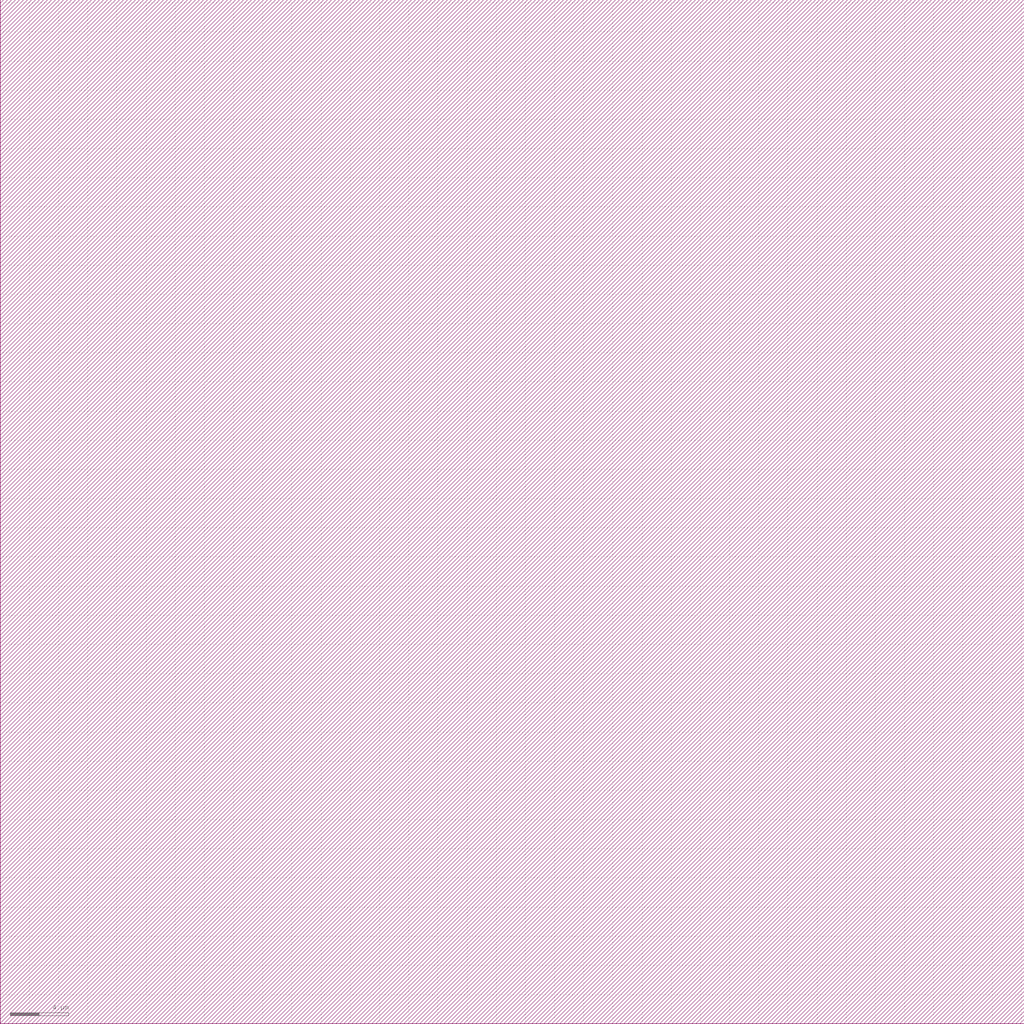
<source format=lef>
VERSION 5.6 ;

BUSBITCHARS "[]" ;

DIVIDERCHAR "/" ;

UNITS
    DATABASE MICRONS 1000 ;
END UNITS

MANUFACTURINGGRID 0.005000 ; 

CLEARANCEMEASURE EUCLIDEAN ; 

USEMINSPACING OBS ON ; 

SITE CoreSite
    CLASS CORE ;
    SIZE 0.600000 BY 0.300000 ;
END CoreSite

LAYER li
   TYPE ROUTING ;
   DIRECTION VERTICAL ;
   MINWIDTH 0.300000 ;
   AREA 0.056250 ;
   WIDTH 0.300000 ;
   SPACINGTABLE
      PARALLELRUNLENGTH 0.0
      WIDTH 0.0 0.225000 ;
   PITCH 0.600000 0.600000 ;
END li

LAYER mcon
    TYPE CUT ;
    SPACING 0.225000 ;
    WIDTH 0.300000 ;
    ENCLOSURE ABOVE 0.075000 0.075000 ;
    ENCLOSURE BELOW 0.000000 0.000000 ;
END mcon

LAYER met1
   TYPE ROUTING ;
   DIRECTION HORIZONTAL ;
   MINWIDTH 0.150000 ;
   AREA 0.084375 ;
   WIDTH 0.150000 ;
   SPACINGTABLE
      PARALLELRUNLENGTH 0.0
      WIDTH 0.0 0.150000 ;
   PITCH 0.300000 0.300000 ;
END met1

LAYER v1
    TYPE CUT ;
    SPACING 0.075000 ;
    WIDTH 0.300000 ;
    ENCLOSURE ABOVE 0.075000 0.075000 ;
    ENCLOSURE BELOW 0.075000 0.075000 ;
END v1

LAYER met2
   TYPE ROUTING ;
   DIRECTION VERTICAL ;
   MINWIDTH 0.150000 ;
   AREA 0.073125 ;
   WIDTH 0.150000 ;
   SPACINGTABLE
      PARALLELRUNLENGTH 0.0
      WIDTH 0.0 0.150000 ;
   PITCH 0.300000 0.300000 ;
END met2

LAYER v2
    TYPE CUT ;
    SPACING 0.150000 ;
    WIDTH 0.300000 ;
    ENCLOSURE ABOVE 0.075000 0.075000 ;
    ENCLOSURE BELOW 0.075000 0.000000 ;
END v2

LAYER met3
   TYPE ROUTING ;
   DIRECTION HORIZONTAL ;
   MINWIDTH 0.300000 ;
   AREA 0.241875 ;
   WIDTH 0.300000 ;
   SPACINGTABLE
      PARALLELRUNLENGTH 0.0
      WIDTH 0.0 0.300000 ;
   PITCH 0.600000 0.600000 ;
END met3

LAYER v3
    TYPE CUT ;
    SPACING 0.150000 ;
    WIDTH 0.450000 ;
    ENCLOSURE ABOVE 0.075000 0.075000 ;
    ENCLOSURE BELOW 0.075000 0.000000 ;
END v3

LAYER met4
   TYPE ROUTING ;
   DIRECTION VERTICAL ;
   MINWIDTH 0.300000 ;
   AREA 0.241875 ;
   WIDTH 0.300000 ;
   SPACINGTABLE
      PARALLELRUNLENGTH 0.0
      WIDTH 0.0 0.300000 ;
   PITCH 0.600000 0.600000 ;
END met4

LAYER v4
    TYPE CUT ;
    SPACING 0.450000 ;
    WIDTH 1.200000 ;
    ENCLOSURE ABOVE 0.150000 0.150000 ;
    ENCLOSURE BELOW 0.000000 0.000000 ;
END v4

LAYER met5
   TYPE ROUTING ;
   DIRECTION HORIZONTAL ;
   MINWIDTH 1.650000 ;
   AREA 4.005000 ;
   WIDTH 1.650000 ;
   SPACINGTABLE
      PARALLELRUNLENGTH 0.0
      WIDTH 0.0 1.650000 ;
   PITCH 3.300000 3.300000 ;
END met5

LAYER OVERLAP
   TYPE OVERLAP ;
END OVERLAP

VIA mcon_C DEFAULT
   LAYER li ;
     RECT -0.150000 -0.150000 0.150000 0.150000 ;
   LAYER mcon ;
     RECT -0.150000 -0.150000 0.150000 0.150000 ;
   LAYER met1 ;
     RECT -0.225000 -0.225000 0.225000 0.225000 ;
END mcon_C

VIA v1_C DEFAULT
   LAYER met1 ;
     RECT -0.225000 -0.225000 0.225000 0.225000 ;
   LAYER v1 ;
     RECT -0.150000 -0.150000 0.150000 0.150000 ;
   LAYER met2 ;
     RECT -0.225000 -0.225000 0.225000 0.225000 ;
END v1_C

VIA v2_C DEFAULT
   LAYER met2 ;
     RECT -0.150000 -0.225000 0.150000 0.225000 ;
   LAYER v2 ;
     RECT -0.150000 -0.150000 0.150000 0.150000 ;
   LAYER met3 ;
     RECT -0.225000 -0.225000 0.225000 0.225000 ;
END v2_C

VIA v2_Ch
   LAYER met2 ;
     RECT -0.225000 -0.150000 0.225000 0.150000 ;
   LAYER v2 ;
     RECT -0.150000 -0.150000 0.150000 0.150000 ;
   LAYER met3 ;
     RECT -0.225000 -0.225000 0.225000 0.225000 ;
END v2_Ch

VIA v2_Cv
   LAYER met2 ;
     RECT -0.150000 -0.225000 0.150000 0.225000 ;
   LAYER v2 ;
     RECT -0.150000 -0.150000 0.150000 0.150000 ;
   LAYER met3 ;
     RECT -0.225000 -0.225000 0.225000 0.225000 ;
END v2_Cv

VIA v3_C DEFAULT
   LAYER met3 ;
     RECT -0.300000 -0.225000 0.300000 0.225000 ;
   LAYER v3 ;
     RECT -0.225000 -0.225000 0.225000 0.225000 ;
   LAYER met4 ;
     RECT -0.300000 -0.300000 0.300000 0.300000 ;
END v3_C

VIA v3_Ch
   LAYER met3 ;
     RECT -0.300000 -0.225000 0.300000 0.225000 ;
   LAYER v3 ;
     RECT -0.225000 -0.225000 0.225000 0.225000 ;
   LAYER met4 ;
     RECT -0.300000 -0.300000 0.300000 0.300000 ;
END v3_Ch

VIA v3_Cv
   LAYER met3 ;
     RECT -0.300000 -0.225000 0.300000 0.225000 ;
   LAYER v3 ;
     RECT -0.225000 -0.225000 0.225000 0.225000 ;
   LAYER met4 ;
     RECT -0.300000 -0.300000 0.300000 0.300000 ;
END v3_Cv

VIA v4_C DEFAULT
   LAYER met4 ;
     RECT -0.600000 -0.600000 0.600000 0.600000 ;
   LAYER v4 ;
     RECT -0.600000 -0.600000 0.600000 0.600000 ;
   LAYER met5 ;
     RECT -0.750000 -0.750000 0.750000 0.750000 ;
END v4_C

MACRO _0_0cell_0_0ginvx0
    CLASS CORE ;
    FOREIGN _0_0cell_0_0ginvx0 0.000000 0.000000 ;
    ORIGIN 0.000000 0.000000 ;
    SIZE 1.800000 BY 3.300000 ;
    SYMMETRY X Y ;
    SITE CoreSite ;
    PIN in_50_6
        DIRECTION INPUT ;
        USE SIGNAL ;
        PORT
        LAYER li ;
        RECT 1.125000 2.925000 1.650000 3.075000 ;
        RECT 1.125000 2.700000 1.275000 2.925000 ;
        RECT 1.125000 2.550000 1.650000 2.700000 ;
        RECT 1.275000 2.700000 1.500000 2.925000 ;
        RECT 1.500000 2.700000 1.650000 2.925000 ;
        LAYER met1 ;
        RECT 1.200000 2.925000 1.575000 3.000000 ;
        RECT 1.200000 2.700000 1.275000 2.925000 ;
        RECT 1.200000 2.625000 1.575000 2.700000 ;
        RECT 1.275000 2.700000 1.500000 2.925000 ;
        RECT 1.500000 2.700000 1.575000 2.925000 ;
        END
        ANTENNAGATEAREA 0.157500 ;
    END in_50_6
    PIN out
        DIRECTION OUTPUT ;
        USE SIGNAL ;
        PORT
        LAYER li ;
        RECT 1.200000 0.750000 1.425000 0.900000 ;
        RECT 1.200000 2.175000 1.425000 2.325000 ;
        RECT 1.200000 1.950000 1.425000 2.175000 ;
        RECT 1.200000 1.125000 1.425000 1.950000 ;
        RECT 1.200000 0.900000 1.425000 1.125000 ;
        LAYER met1 ;
        RECT 1.125000 2.175000 1.500000 2.250000 ;
        RECT 1.125000 1.950000 1.200000 2.175000 ;
        RECT 1.125000 1.875000 1.500000 1.950000 ;
        RECT 1.200000 1.950000 1.425000 2.175000 ;
        RECT 1.425000 1.950000 1.500000 2.175000 ;
        END
        ANTENNADIFFAREA 0.393750 ;
    END out
    PIN Vdd
        DIRECTION INPUT ;
        USE POWER ;
        PORT
        LAYER li ;
        RECT 0.675000 2.550000 0.900000 2.775000 ;
        RECT 0.675000 2.325000 0.900000 2.550000 ;
        RECT 0.675000 2.100000 0.900000 2.325000 ;
        RECT 0.675000 1.950000 0.900000 2.100000 ;
        LAYER met1 ;
        RECT 0.600000 2.775000 0.975000 2.850000 ;
        RECT 0.600000 2.550000 0.675000 2.775000 ;
        RECT 0.600000 2.475000 0.975000 2.550000 ;
        RECT 0.675000 2.550000 0.900000 2.775000 ;
        RECT 0.900000 2.550000 0.975000 2.775000 ;
        END
        ANTENNADIFFAREA 0.225000 ;
    END Vdd
    PIN GND
        DIRECTION INPUT ;
        USE GROUND ;
        PORT
        LAYER li ;
        RECT 0.675000 1.050000 0.900000 1.200000 ;
        RECT 0.675000 0.825000 0.900000 1.050000 ;
        RECT 0.675000 0.600000 0.900000 0.825000 ;
        RECT 0.675000 0.375000 0.900000 0.600000 ;
        LAYER met1 ;
        RECT 0.600000 0.600000 0.975000 0.675000 ;
        RECT 0.600000 0.375000 0.675000 0.600000 ;
        RECT 0.600000 0.300000 0.975000 0.375000 ;
        RECT 0.675000 0.375000 0.900000 0.600000 ;
        RECT 0.900000 0.375000 0.975000 0.600000 ;
        END
        ANTENNADIFFAREA 0.168750 ;
    END GND
END _0_0cell_0_0ginvx0

MACRO _0_0cell_0_0g0n1n2n3naaa_04256aaaox0
    CLASS CORE ;
    FOREIGN _0_0cell_0_0g0n1n2n3naaa_04256aaaox0 0.000000 0.000000 ;
    ORIGIN 0.000000 0.000000 ;
    SIZE 9.600000 BY 6.300000 ;
    SYMMETRY X Y ;
    SITE CoreSite ;
    PIN in_50_6
        DIRECTION INPUT ;
        USE SIGNAL ;
        PORT
        LAYER li ;
        RECT 2.175000 5.850000 2.700000 6.000000 ;
        RECT 2.175000 5.625000 2.325000 5.850000 ;
        RECT 2.175000 5.475000 2.700000 5.625000 ;
        RECT 2.325000 5.625000 2.550000 5.850000 ;
        RECT 2.550000 5.625000 2.700000 5.850000 ;
        LAYER met1 ;
        RECT 2.250000 5.850000 2.625000 5.925000 ;
        RECT 2.250000 5.625000 2.325000 5.850000 ;
        RECT 2.250000 5.550000 2.625000 5.625000 ;
        RECT 2.325000 5.625000 2.550000 5.850000 ;
        RECT 2.550000 5.625000 2.625000 5.850000 ;
        END
        ANTENNAGATEAREA 0.405000 ;
    END in_50_6
    PIN in_51_6
        DIRECTION INPUT ;
        USE SIGNAL ;
        PORT
        LAYER li ;
        RECT 0.975000 5.850000 1.500000 6.000000 ;
        RECT 0.975000 5.625000 1.125000 5.850000 ;
        RECT 0.975000 5.475000 1.500000 5.625000 ;
        RECT 1.125000 5.625000 1.350000 5.850000 ;
        RECT 1.350000 5.625000 1.500000 5.850000 ;
        LAYER met1 ;
        RECT 1.050000 5.850000 1.425000 5.925000 ;
        RECT 1.050000 5.625000 1.125000 5.850000 ;
        RECT 1.050000 5.550000 1.425000 5.625000 ;
        RECT 1.125000 5.625000 1.350000 5.850000 ;
        RECT 1.350000 5.625000 1.425000 5.850000 ;
        END
        ANTENNAGATEAREA 0.337500 ;
    END in_51_6
    PIN in_52_6
        DIRECTION INPUT ;
        USE SIGNAL ;
        PORT
        LAYER li ;
        RECT 8.250000 5.850000 8.775000 6.000000 ;
        RECT 8.250000 5.625000 8.400000 5.850000 ;
        RECT 8.250000 5.475000 8.775000 5.625000 ;
        RECT 8.400000 5.625000 8.625000 5.850000 ;
        RECT 8.625000 5.625000 8.775000 5.850000 ;
        LAYER met1 ;
        RECT 8.325000 5.850000 8.700000 5.925000 ;
        RECT 8.325000 5.625000 8.400000 5.850000 ;
        RECT 8.325000 5.550000 8.700000 5.625000 ;
        RECT 8.400000 5.625000 8.625000 5.850000 ;
        RECT 8.625000 5.625000 8.700000 5.850000 ;
        END
        ANTENNAGATEAREA 0.562500 ;
    END in_52_6
    PIN in_53_6
        DIRECTION INPUT ;
        USE SIGNAL ;
        PORT
        LAYER li ;
        RECT 3.900000 5.775000 4.425000 5.925000 ;
        RECT 3.900000 5.550000 4.050000 5.775000 ;
        RECT 3.900000 5.400000 4.425000 5.550000 ;
        RECT 4.050000 5.550000 4.275000 5.775000 ;
        RECT 4.275000 5.550000 4.425000 5.775000 ;
        LAYER met1 ;
        RECT 3.975000 5.475000 4.350000 5.550000 ;
        RECT 3.975000 5.550000 4.050000 5.775000 ;
        RECT 4.050000 5.550000 4.275000 5.775000 ;
        RECT 3.975000 5.775000 4.350000 5.850000 ;
        RECT 4.275000 5.550000 4.350000 5.775000 ;
        END
        ANTENNAGATEAREA 0.337500 ;
    END in_53_6
    PIN in_54_6
        DIRECTION INPUT ;
        USE SIGNAL ;
        PORT
        LAYER li ;
        RECT 6.900000 0.600000 7.425000 0.750000 ;
        RECT 6.900000 0.375000 7.050000 0.600000 ;
        RECT 6.900000 0.225000 7.425000 0.375000 ;
        RECT 7.050000 0.375000 7.275000 0.600000 ;
        RECT 7.275000 0.375000 7.425000 0.600000 ;
        LAYER met1 ;
        RECT 6.975000 0.600000 7.350000 0.675000 ;
        RECT 6.975000 0.375000 7.050000 0.600000 ;
        RECT 6.975000 0.300000 7.350000 0.375000 ;
        RECT 7.050000 0.375000 7.275000 0.600000 ;
        RECT 7.275000 0.375000 7.350000 0.600000 ;
        END
        ANTENNAGATEAREA 0.225000 ;
    END in_54_6
    PIN in_55_6
        DIRECTION INPUT ;
        USE SIGNAL ;
        PORT
        LAYER li ;
        RECT 0.600000 0.600000 1.125000 0.750000 ;
        RECT 0.600000 0.375000 0.750000 0.600000 ;
        RECT 0.600000 0.225000 1.125000 0.375000 ;
        RECT 0.750000 0.375000 0.975000 0.600000 ;
        RECT 0.975000 0.375000 1.125000 0.600000 ;
        LAYER met1 ;
        RECT 0.675000 0.600000 1.050000 0.675000 ;
        RECT 0.675000 0.375000 0.750000 0.600000 ;
        RECT 0.675000 0.300000 1.050000 0.375000 ;
        RECT 0.750000 0.375000 0.975000 0.600000 ;
        RECT 0.975000 0.375000 1.050000 0.600000 ;
        END
        ANTENNAGATEAREA 0.225000 ;
    END in_55_6
    PIN in_56_6
        DIRECTION INPUT ;
        USE SIGNAL ;
        PORT
        LAYER li ;
        RECT 1.500000 0.600000 2.025000 0.750000 ;
        RECT 1.500000 0.225000 2.025000 0.375000 ;
        RECT 1.500000 0.375000 1.650000 0.600000 ;
        RECT 1.650000 0.375000 1.875000 0.600000 ;
        RECT 1.875000 0.375000 2.025000 0.600000 ;
        LAYER met1 ;
        RECT 1.575000 0.600000 1.950000 0.675000 ;
        RECT 1.575000 0.375000 1.650000 0.600000 ;
        RECT 1.575000 0.300000 1.950000 0.375000 ;
        RECT 1.650000 0.375000 1.875000 0.600000 ;
        RECT 1.875000 0.375000 1.950000 0.600000 ;
        END
        ANTENNAGATEAREA 0.225000 ;
    END in_56_6
    PIN out
        DIRECTION OUTPUT ;
        USE SIGNAL ;
        PORT
        LAYER li ;
        RECT 1.725000 1.350000 1.950000 2.025000 ;
        RECT 1.725000 1.125000 1.950000 1.350000 ;
        RECT 2.700000 1.200000 2.850000 1.425000 ;
        RECT 2.700000 1.050000 3.225000 1.200000 ;
        RECT 2.850000 1.200000 3.075000 1.425000 ;
        RECT 1.725000 2.250000 1.950000 2.400000 ;
        RECT 1.725000 2.025000 1.950000 2.250000 ;
        RECT 3.075000 1.200000 3.225000 1.425000 ;
        RECT 4.275000 1.125000 4.500000 1.350000 ;
        RECT 2.700000 1.425000 3.225000 1.575000 ;
        RECT 4.275000 1.350000 4.500000 2.100000 ;
        RECT 4.275000 3.300000 4.500000 3.450000 ;
        RECT 4.275000 3.075000 4.500000 3.300000 ;
        RECT 4.275000 2.325000 4.500000 3.075000 ;
        RECT 4.275000 2.100000 4.500000 2.325000 ;
        LAYER met1 ;
        RECT 1.650000 1.350000 2.025000 1.425000 ;
        RECT 1.650000 1.125000 1.725000 1.350000 ;
        RECT 1.650000 1.050000 2.025000 1.125000 ;
        RECT 1.725000 1.125000 1.950000 1.350000 ;
        RECT 1.950000 1.275000 2.025000 1.350000 ;
        RECT 1.950000 1.200000 2.850000 1.275000 ;
        RECT 1.950000 1.125000 4.275000 1.200000 ;
        RECT 2.850000 1.200000 3.075000 1.425000 ;
        RECT 4.275000 1.125000 4.500000 1.350000 ;
        RECT 2.775000 1.425000 3.150000 1.500000 ;
        RECT 3.075000 1.275000 3.150000 1.425000 ;
        RECT 3.075000 1.200000 4.275000 1.275000 ;
        RECT 4.500000 1.125000 4.575000 1.350000 ;
        RECT 2.775000 1.275000 2.850000 1.425000 ;
        RECT 4.200000 1.350000 4.575000 1.425000 ;
        RECT 4.200000 1.275000 4.275000 1.350000 ;
        RECT 4.200000 1.050000 4.575000 1.125000 ;
        END
        ANTENNAGATEAREA 0.360000 ;
        ANTENNADIFFAREA 1.546875 ;
    END out
    PIN Vdd
        DIRECTION INPUT ;
        USE POWER ;
        PORT
        LAYER li ;
        RECT 6.000000 1.275000 6.525000 1.425000 ;
        RECT 2.250000 3.375000 2.475000 3.525000 ;
        RECT 2.250000 3.150000 2.475000 3.375000 ;
        RECT 2.250000 3.000000 2.475000 3.150000 ;
        RECT 6.000000 1.425000 6.150000 1.650000 ;
        RECT 6.075000 3.300000 6.300000 3.450000 ;
        RECT 6.075000 3.075000 6.300000 3.300000 ;
        RECT 6.000000 1.650000 6.525000 1.800000 ;
        RECT 6.150000 1.425000 6.375000 1.650000 ;
        RECT 6.075000 1.800000 6.300000 3.075000 ;
        RECT 6.375000 1.425000 6.525000 1.650000 ;
        LAYER met1 ;
        RECT 2.175000 3.300000 2.550000 3.450000 ;
        RECT 2.175000 3.150000 6.075000 3.300000 ;
        RECT 2.175000 3.075000 2.550000 3.150000 ;
        RECT 6.000000 3.300000 6.375000 3.375000 ;
        RECT 6.000000 3.075000 6.075000 3.150000 ;
        RECT 6.000000 3.000000 6.375000 3.075000 ;
        RECT 6.075000 3.075000 6.300000 3.300000 ;
        RECT 6.300000 3.075000 6.375000 3.300000 ;
        END
        ANTENNAGATEAREA 0.742500 ;
        ANTENNADIFFAREA 0.900000 ;
    END Vdd
    PIN GND
        DIRECTION INPUT ;
        USE GROUND ;
        PORT
        LAYER li ;
        RECT 2.250000 1.725000 2.475000 2.025000 ;
        RECT 2.250000 1.500000 2.475000 1.725000 ;
        RECT 2.250000 2.250000 2.475000 2.400000 ;
        RECT 2.250000 2.025000 2.475000 2.250000 ;
        RECT 5.400000 1.725000 5.625000 3.600000 ;
        RECT 5.400000 1.500000 5.625000 1.725000 ;
        RECT 6.750000 1.725000 6.975000 2.025000 ;
        RECT 6.750000 2.250000 6.975000 2.400000 ;
        RECT 6.750000 2.025000 6.975000 2.250000 ;
        RECT 6.750000 1.500000 6.975000 1.725000 ;
        RECT 6.750000 1.425000 6.975000 1.500000 ;
        RECT 5.400000 3.750000 5.550000 3.975000 ;
        RECT 5.400000 3.600000 5.925000 3.750000 ;
        RECT 5.550000 3.750000 5.775000 3.975000 ;
        RECT 5.400000 3.975000 5.925000 4.125000 ;
        RECT 5.775000 3.750000 5.925000 3.975000 ;
        LAYER met1 ;
        RECT 2.175000 1.725000 7.050000 1.800000 ;
        RECT 2.175000 1.500000 2.250000 1.725000 ;
        RECT 2.175000 1.425000 2.550000 1.500000 ;
        RECT 2.250000 1.500000 2.475000 1.725000 ;
        RECT 2.475000 1.650000 5.400000 1.725000 ;
        RECT 2.475000 1.500000 2.550000 1.650000 ;
        RECT 5.325000 1.500000 5.400000 1.650000 ;
        RECT 5.325000 1.425000 5.700000 1.500000 ;
        RECT 5.400000 1.500000 5.625000 1.725000 ;
        RECT 5.625000 1.650000 6.750000 1.725000 ;
        RECT 5.625000 1.500000 5.700000 1.650000 ;
        RECT 6.675000 1.500000 6.750000 1.650000 ;
        RECT 6.675000 1.425000 7.050000 1.500000 ;
        RECT 6.750000 1.500000 6.975000 1.725000 ;
        RECT 6.975000 1.500000 7.050000 1.725000 ;
        END
        ANTENNAGATEAREA 0.472500 ;
        ANTENNADIFFAREA 0.821250 ;
    END GND
    OBS
        LAYER li ;
        RECT 0.675000 2.250000 0.900000 2.400000 ;
        RECT 0.675000 2.025000 0.900000 2.250000 ;
        RECT 0.675000 1.875000 0.900000 2.025000 ;
        RECT 1.200000 5.100000 1.425000 5.250000 ;
        RECT 1.200000 4.875000 1.425000 5.100000 ;
        RECT 1.200000 4.725000 1.425000 4.875000 ;
        RECT 7.350000 1.125000 7.575000 1.350000 ;
        RECT 7.350000 0.975000 7.575000 1.125000 ;
        RECT 8.175000 1.875000 8.400000 2.025000 ;
        RECT 8.700000 0.975000 8.925000 1.125000 ;
        RECT 2.925000 1.950000 3.150000 2.100000 ;
        RECT 7.350000 1.350000 7.575000 1.500000 ;
        RECT 8.700000 1.350000 8.925000 1.500000 ;
        RECT 8.700000 1.125000 8.925000 1.350000 ;
        RECT 2.925000 3.750000 3.150000 3.975000 ;
        RECT 2.925000 3.300000 3.150000 3.750000 ;
        RECT 2.925000 3.075000 3.150000 3.300000 ;
        RECT 2.925000 2.325000 3.150000 3.075000 ;
        RECT 2.925000 2.100000 3.150000 2.325000 ;
        RECT 3.750000 4.725000 3.975000 4.875000 ;
        RECT 3.750000 4.500000 3.975000 4.725000 ;
        RECT 3.750000 4.350000 3.975000 4.500000 ;
        RECT 4.650000 4.200000 5.175000 4.350000 ;
        RECT 4.650000 3.975000 4.800000 4.200000 ;
        RECT 4.650000 3.825000 5.175000 3.975000 ;
        RECT 4.800000 3.975000 5.025000 4.200000 ;
        RECT 8.175000 5.100000 8.400000 5.250000 ;
        RECT 8.175000 4.875000 8.400000 5.100000 ;
        RECT 8.175000 4.725000 8.400000 4.875000 ;
        RECT 8.175000 2.250000 8.400000 2.400000 ;
        RECT 8.175000 2.025000 8.400000 2.250000 ;
        RECT 5.025000 3.975000 5.175000 4.200000 ;
        RECT 8.700000 4.725000 8.925000 4.875000 ;
        RECT 8.700000 4.500000 8.925000 4.725000 ;
        RECT 8.700000 4.350000 8.925000 4.500000 ;
        LAYER met1 ;
        RECT 0.600000 2.250000 8.475000 2.325000 ;
        RECT 0.600000 2.025000 0.675000 2.250000 ;
        RECT 0.600000 1.950000 0.975000 2.025000 ;
        RECT 0.675000 2.025000 0.900000 2.250000 ;
        RECT 8.625000 4.425000 9.000000 4.500000 ;
        RECT 0.900000 2.175000 8.175000 2.250000 ;
        RECT 0.900000 2.025000 0.975000 2.175000 ;
        RECT 1.125000 5.100000 8.475000 5.175000 ;
        RECT 1.125000 4.875000 1.200000 5.100000 ;
        RECT 1.125000 4.800000 1.500000 4.875000 ;
        RECT 1.200000 4.875000 1.425000 5.100000 ;
        RECT 1.425000 5.025000 8.175000 5.100000 ;
        RECT 1.425000 4.875000 1.500000 5.025000 ;
        RECT 8.100000 2.025000 8.175000 2.175000 ;
        RECT 8.100000 1.950000 8.475000 2.025000 ;
        RECT 2.850000 3.975000 4.800000 4.050000 ;
        RECT 2.850000 3.750000 2.925000 3.975000 ;
        RECT 2.850000 3.675000 3.225000 3.750000 ;
        RECT 8.175000 2.025000 8.400000 2.250000 ;
        RECT 4.800000 3.975000 5.025000 4.200000 ;
        RECT 2.925000 3.750000 3.150000 3.975000 ;
        RECT 8.400000 2.025000 8.475000 2.250000 ;
        RECT 5.025000 3.975000 5.100000 4.200000 ;
        RECT 3.150000 3.900000 5.100000 3.975000 ;
        RECT 3.150000 3.750000 3.225000 3.900000 ;
        RECT 3.675000 4.725000 4.050000 4.800000 ;
        RECT 3.675000 4.500000 3.750000 4.725000 ;
        RECT 3.675000 4.425000 4.050000 4.500000 ;
        RECT 3.750000 4.500000 3.975000 4.725000 ;
        RECT 3.975000 4.650000 4.050000 4.725000 ;
        RECT 3.975000 4.500000 8.700000 4.650000 ;
        RECT 8.700000 4.500000 8.925000 4.725000 ;
        RECT 8.925000 4.500000 9.000000 4.725000 ;
        RECT 4.725000 4.200000 5.100000 4.275000 ;
        RECT 4.725000 4.050000 4.800000 4.200000 ;
        RECT 8.100000 4.875000 8.175000 5.025000 ;
        RECT 8.100000 4.800000 8.475000 4.875000 ;
        RECT 8.175000 4.875000 8.400000 5.100000 ;
        RECT 8.400000 4.875000 8.475000 5.100000 ;
        RECT 7.275000 1.350000 9.000000 1.425000 ;
        RECT 7.275000 1.125000 7.350000 1.350000 ;
        RECT 7.275000 1.050000 7.650000 1.125000 ;
        RECT 8.625000 4.725000 9.000000 4.800000 ;
        RECT 8.625000 4.650000 8.700000 4.725000 ;
        RECT 7.350000 1.125000 7.575000 1.350000 ;
        RECT 7.575000 1.275000 8.700000 1.350000 ;
        RECT 7.575000 1.125000 7.650000 1.275000 ;
        RECT 8.625000 1.125000 8.700000 1.275000 ;
        RECT 8.625000 1.050000 9.000000 1.125000 ;
        RECT 8.700000 1.125000 8.925000 1.350000 ;
        RECT 8.925000 1.125000 9.000000 1.350000 ;
    END
END _0_0cell_0_0g0n1n2n3naaa_04256aaaox0

MACRO _0_0cell_0_0g0n1n2n3n4naaao_025a4267aaooax0
    CLASS CORE ;
    FOREIGN _0_0cell_0_0g0n1n2n3n4naaao_025a4267aaooax0 0.000000 0.000000 ;
    ORIGIN 0.000000 0.000000 ;
    SIZE 12.600000 BY 6.900000 ;
    SYMMETRY X Y ;
    SITE CoreSite ;
    PIN in_50_6
        DIRECTION INPUT ;
        USE SIGNAL ;
        PORT
        LAYER li ;
        RECT 3.375000 1.200000 3.900000 1.350000 ;
        RECT 3.375000 0.975000 3.525000 1.200000 ;
        RECT 3.375000 0.825000 3.900000 0.975000 ;
        RECT 3.525000 0.975000 3.750000 1.200000 ;
        RECT 3.750000 0.975000 3.900000 1.200000 ;
        LAYER met1 ;
        RECT 3.450000 1.200000 3.825000 1.275000 ;
        RECT 3.450000 0.975000 3.525000 1.200000 ;
        RECT 3.450000 0.900000 3.825000 0.975000 ;
        RECT 3.525000 0.975000 3.750000 1.200000 ;
        RECT 3.750000 0.975000 3.825000 1.200000 ;
        END
        ANTENNAGATEAREA 0.315000 ;
    END in_50_6
    PIN in_51_6
        DIRECTION INPUT ;
        USE SIGNAL ;
        PORT
        LAYER li ;
        RECT 6.750000 6.375000 7.275000 6.525000 ;
        RECT 6.750000 6.150000 6.900000 6.375000 ;
        RECT 6.750000 6.000000 7.275000 6.150000 ;
        RECT 6.900000 6.150000 7.125000 6.375000 ;
        RECT 7.125000 6.150000 7.275000 6.375000 ;
        LAYER met1 ;
        RECT 6.825000 6.075000 7.200000 6.150000 ;
        RECT 6.825000 6.150000 6.900000 6.375000 ;
        RECT 6.900000 6.150000 7.125000 6.375000 ;
        RECT 7.125000 6.150000 7.200000 6.375000 ;
        RECT 6.825000 6.375000 7.200000 6.450000 ;
        END
        ANTENNAGATEAREA 0.337500 ;
    END in_51_6
    PIN in_52_6
        DIRECTION INPUT ;
        USE SIGNAL ;
        PORT
        LAYER li ;
        RECT 0.600000 1.725000 1.125000 1.875000 ;
        RECT 0.600000 1.500000 0.750000 1.725000 ;
        RECT 0.600000 1.350000 1.125000 1.500000 ;
        RECT 0.750000 1.500000 0.975000 1.725000 ;
        RECT 0.975000 1.500000 1.125000 1.725000 ;
        RECT 7.275000 1.725000 7.800000 1.875000 ;
        RECT 7.275000 1.500000 7.425000 1.725000 ;
        RECT 7.425000 1.500000 7.650000 1.725000 ;
        RECT 7.650000 1.500000 7.800000 1.725000 ;
        RECT 7.275000 1.350000 7.800000 1.500000 ;
        LAYER met1 ;
        RECT 0.675000 1.725000 7.725000 1.800000 ;
        RECT 0.675000 1.500000 0.750000 1.725000 ;
        RECT 0.675000 1.425000 1.050000 1.500000 ;
        RECT 0.750000 1.500000 0.975000 1.725000 ;
        RECT 0.975000 1.650000 7.425000 1.725000 ;
        RECT 0.975000 1.500000 1.050000 1.650000 ;
        RECT 7.350000 1.500000 7.425000 1.650000 ;
        RECT 7.350000 1.425000 7.725000 1.500000 ;
        RECT 7.425000 1.500000 7.650000 1.725000 ;
        RECT 7.650000 1.500000 7.725000 1.725000 ;
        END
        ANTENNAGATEAREA 0.596250 ;
    END in_52_6
    PIN in_53_6
        DIRECTION INPUT ;
        USE SIGNAL ;
        PORT
        LAYER li ;
        RECT 1.800000 6.450000 2.325000 6.600000 ;
        RECT 1.800000 6.225000 1.950000 6.450000 ;
        RECT 1.800000 6.075000 2.325000 6.225000 ;
        RECT 1.950000 6.225000 2.175000 6.450000 ;
        RECT 2.175000 6.225000 2.325000 6.450000 ;
        LAYER met1 ;
        RECT 1.875000 6.450000 2.250000 6.525000 ;
        RECT 1.875000 6.225000 1.950000 6.450000 ;
        RECT 1.875000 6.150000 2.250000 6.225000 ;
        RECT 1.950000 6.225000 2.175000 6.450000 ;
        RECT 2.175000 6.225000 2.250000 6.450000 ;
        END
        ANTENNAGATEAREA 0.337500 ;
    END in_53_6
    PIN in_54_6
        DIRECTION INPUT ;
        USE SIGNAL ;
        PORT
        LAYER li ;
        RECT 2.700000 6.450000 3.225000 6.600000 ;
        RECT 2.700000 6.225000 2.850000 6.450000 ;
        RECT 2.700000 6.075000 3.225000 6.225000 ;
        RECT 2.850000 6.225000 3.075000 6.450000 ;
        RECT 3.075000 6.225000 3.225000 6.450000 ;
        LAYER met1 ;
        RECT 2.775000 6.450000 3.150000 6.525000 ;
        RECT 2.775000 6.150000 3.150000 6.225000 ;
        RECT 2.775000 6.225000 2.850000 6.450000 ;
        RECT 2.850000 6.225000 3.075000 6.450000 ;
        RECT 3.075000 6.225000 3.150000 6.450000 ;
        END
        ANTENNAGATEAREA 0.416250 ;
    END in_54_6
    PIN in_55_6
        DIRECTION INPUT ;
        USE SIGNAL ;
        PORT
        LAYER li ;
        RECT 8.325000 0.825000 8.850000 0.975000 ;
        RECT 8.325000 1.200000 8.850000 1.350000 ;
        RECT 8.325000 0.975000 8.475000 1.200000 ;
        RECT 8.475000 0.975000 8.700000 1.200000 ;
        RECT 8.700000 0.975000 8.850000 1.200000 ;
        LAYER met1 ;
        RECT 8.400000 1.200000 8.775000 1.275000 ;
        RECT 8.400000 0.975000 8.475000 1.200000 ;
        RECT 8.400000 0.900000 8.775000 0.975000 ;
        RECT 8.475000 0.975000 8.700000 1.200000 ;
        RECT 8.700000 0.975000 8.775000 1.200000 ;
        END
        ANTENNAGATEAREA 0.225000 ;
    END in_55_6
    PIN in_56_6
        DIRECTION INPUT ;
        USE SIGNAL ;
        PORT
        LAYER li ;
        RECT 1.275000 0.675000 1.800000 0.825000 ;
        RECT 1.275000 0.450000 1.425000 0.675000 ;
        RECT 1.275000 0.300000 1.800000 0.450000 ;
        RECT 1.425000 0.450000 1.650000 0.675000 ;
        RECT 1.650000 0.450000 1.800000 0.675000 ;
        LAYER met1 ;
        RECT 1.350000 0.675000 1.725000 0.750000 ;
        RECT 1.350000 0.450000 1.425000 0.675000 ;
        RECT 1.350000 0.375000 1.725000 0.450000 ;
        RECT 1.425000 0.450000 1.650000 0.675000 ;
        RECT 1.650000 0.450000 1.725000 0.675000 ;
        END
        ANTENNAGATEAREA 0.303750 ;
    END in_56_6
    PIN in_57_6
        DIRECTION INPUT ;
        USE SIGNAL ;
        PORT
        LAYER li ;
        RECT 2.175000 0.675000 2.700000 0.825000 ;
        RECT 2.175000 0.300000 2.700000 0.450000 ;
        RECT 2.175000 0.450000 2.325000 0.675000 ;
        RECT 2.325000 0.450000 2.550000 0.675000 ;
        RECT 2.550000 0.450000 2.700000 0.675000 ;
        LAYER met1 ;
        RECT 2.250000 0.675000 2.625000 0.750000 ;
        RECT 2.250000 0.450000 2.325000 0.675000 ;
        RECT 2.250000 0.375000 2.625000 0.450000 ;
        RECT 2.325000 0.450000 2.550000 0.675000 ;
        RECT 2.550000 0.450000 2.625000 0.675000 ;
        END
        ANTENNAGATEAREA 0.303750 ;
    END in_57_6
    PIN out
        DIRECTION OUTPUT ;
        USE SIGNAL ;
        PORT
        LAYER li ;
        RECT 2.400000 2.550000 2.625000 2.700000 ;
        RECT 2.400000 4.425000 2.625000 4.650000 ;
        RECT 2.400000 2.925000 2.625000 4.425000 ;
        RECT 2.400000 2.700000 2.625000 2.925000 ;
        RECT 4.050000 4.875000 4.575000 5.025000 ;
        RECT 4.050000 4.650000 4.200000 4.875000 ;
        RECT 4.050000 4.500000 4.575000 4.650000 ;
        RECT 2.925000 4.350000 3.150000 4.575000 ;
        RECT 2.925000 4.125000 3.150000 4.350000 ;
        RECT 2.925000 3.900000 3.150000 4.125000 ;
        RECT 2.925000 3.750000 3.150000 3.900000 ;
        RECT 4.200000 4.650000 4.425000 4.875000 ;
        RECT 8.550000 2.550000 8.775000 2.700000 ;
        RECT 4.425000 4.650000 4.575000 4.875000 ;
        RECT 8.550000 4.725000 8.775000 4.950000 ;
        RECT 8.550000 2.925000 8.775000 4.725000 ;
        RECT 8.550000 2.700000 8.775000 2.925000 ;
        RECT 9.375000 2.550000 9.600000 2.700000 ;
        RECT 8.775000 2.700000 9.375000 2.925000 ;
        RECT 9.375000 2.925000 9.600000 3.075000 ;
        RECT 9.375000 2.700000 9.600000 2.925000 ;
        RECT 9.900000 4.650000 10.125000 4.875000 ;
        RECT 9.900000 3.975000 10.125000 4.650000 ;
        RECT 9.900000 3.750000 10.125000 3.975000 ;
        RECT 9.900000 3.600000 10.125000 3.750000 ;
        LAYER met1 ;
        RECT 2.325000 4.650000 4.200000 4.725000 ;
        RECT 2.325000 4.425000 2.400000 4.650000 ;
        RECT 2.325000 4.350000 2.700000 4.425000 ;
        RECT 4.200000 4.650000 4.425000 4.875000 ;
        RECT 2.400000 4.425000 2.625000 4.650000 ;
        RECT 4.425000 4.800000 8.550000 4.875000 ;
        RECT 4.425000 4.650000 4.500000 4.800000 ;
        RECT 2.625000 4.575000 4.500000 4.650000 ;
        RECT 2.625000 4.425000 2.700000 4.575000 ;
        RECT 2.850000 4.350000 2.925000 4.575000 ;
        RECT 2.925000 4.350000 3.150000 4.575000 ;
        RECT 2.850000 4.275000 3.225000 4.350000 ;
        RECT 3.150000 4.350000 3.225000 4.575000 ;
        RECT 4.125000 4.875000 8.550000 4.950000 ;
        RECT 4.125000 4.725000 4.200000 4.875000 ;
        RECT 8.475000 4.950000 8.850000 5.025000 ;
        RECT 8.475000 4.725000 8.550000 4.800000 ;
        RECT 8.475000 4.650000 8.850000 4.725000 ;
        RECT 8.550000 4.725000 8.775000 4.950000 ;
        RECT 8.775000 4.875000 10.200000 4.950000 ;
        RECT 8.775000 4.800000 9.900000 4.875000 ;
        RECT 8.775000 4.725000 8.850000 4.800000 ;
        RECT 9.825000 4.650000 9.900000 4.800000 ;
        RECT 9.825000 4.575000 10.200000 4.650000 ;
        RECT 9.900000 4.650000 10.125000 4.875000 ;
        RECT 10.125000 4.650000 10.200000 4.875000 ;
        END
        ANTENNAGATEAREA 0.360000 ;
        ANTENNADIFFAREA 2.356875 ;
    END out
    PIN Vdd
        DIRECTION INPUT ;
        USE POWER ;
        PORT
        LAYER li ;
        RECT 3.675000 3.975000 3.900000 4.125000 ;
        RECT 3.675000 3.750000 3.900000 3.975000 ;
        RECT 3.675000 3.600000 3.900000 3.750000 ;
        RECT 6.750000 3.975000 6.975000 4.125000 ;
        RECT 6.750000 3.750000 6.975000 3.975000 ;
        RECT 6.750000 3.600000 6.975000 3.750000 ;
        RECT 10.725000 3.450000 11.250000 3.600000 ;
        RECT 10.725000 3.825000 11.250000 3.975000 ;
        RECT 10.725000 3.600000 10.875000 3.825000 ;
        RECT 10.875000 3.600000 11.100000 3.825000 ;
        RECT 11.100000 3.600000 11.250000 3.825000 ;
        LAYER met1 ;
        RECT 3.600000 3.975000 3.975000 4.050000 ;
        RECT 3.600000 3.750000 3.675000 3.975000 ;
        RECT 3.600000 3.675000 10.875000 3.750000 ;
        RECT 3.675000 3.750000 3.900000 3.975000 ;
        RECT 3.900000 3.825000 3.975000 3.975000 ;
        RECT 3.900000 3.750000 6.750000 3.825000 ;
        RECT 6.750000 3.750000 6.975000 3.975000 ;
        RECT 6.975000 3.825000 7.050000 3.975000 ;
        RECT 6.975000 3.750000 10.875000 3.825000 ;
        RECT 6.675000 3.975000 7.050000 4.050000 ;
        RECT 6.675000 3.825000 6.750000 3.975000 ;
        RECT 10.800000 3.825000 11.175000 3.900000 ;
        RECT 10.800000 3.600000 10.875000 3.675000 ;
        RECT 10.800000 3.525000 11.175000 3.600000 ;
        RECT 10.875000 3.600000 11.100000 3.825000 ;
        RECT 11.100000 3.600000 11.175000 3.825000 ;
        END
        ANTENNAGATEAREA 0.742500 ;
        ANTENNADIFFAREA 1.136250 ;
    END Vdd
    PIN GND
        DIRECTION INPUT ;
        USE GROUND ;
        PORT
        LAYER li ;
        RECT 3.675000 3.150000 3.900000 3.375000 ;
        RECT 3.675000 2.925000 3.900000 3.150000 ;
        RECT 3.675000 2.700000 3.900000 2.925000 ;
        RECT 3.675000 2.550000 3.900000 2.700000 ;
        RECT 5.850000 3.300000 6.375000 3.450000 ;
        RECT 5.850000 3.075000 6.000000 3.300000 ;
        RECT 5.850000 2.925000 6.375000 3.075000 ;
        RECT 6.000000 3.075000 6.225000 3.300000 ;
        RECT 11.775000 2.550000 12.000000 2.700000 ;
        RECT 6.225000 3.075000 6.375000 3.300000 ;
        RECT 11.775000 3.300000 12.000000 3.525000 ;
        RECT 11.775000 2.925000 12.000000 3.300000 ;
        RECT 11.775000 2.700000 12.000000 2.925000 ;
        LAYER met1 ;
        RECT 3.600000 3.375000 3.975000 3.450000 ;
        RECT 3.600000 3.150000 3.675000 3.375000 ;
        RECT 3.600000 3.075000 3.975000 3.150000 ;
        RECT 3.675000 3.150000 3.900000 3.375000 ;
        RECT 5.925000 3.075000 6.000000 3.225000 ;
        RECT 5.925000 3.000000 6.300000 3.075000 ;
        RECT 3.900000 3.300000 11.775000 3.375000 ;
        RECT 3.900000 3.225000 6.000000 3.300000 ;
        RECT 3.900000 3.150000 3.975000 3.225000 ;
        RECT 6.000000 3.075000 6.225000 3.300000 ;
        RECT 11.775000 3.300000 12.000000 3.525000 ;
        RECT 6.225000 3.225000 12.075000 3.300000 ;
        RECT 6.225000 3.075000 6.300000 3.225000 ;
        RECT 12.000000 3.300000 12.075000 3.525000 ;
        RECT 11.700000 3.525000 12.075000 3.600000 ;
        RECT 11.700000 3.375000 11.775000 3.525000 ;
        END
        ANTENNAGATEAREA 0.472500 ;
        ANTENNADIFFAREA 0.720000 ;
    END GND
    OBS
        LAYER li ;
        RECT 0.675000 2.850000 0.900000 3.000000 ;
        RECT 0.675000 2.625000 0.900000 2.850000 ;
        RECT 0.675000 2.475000 0.900000 2.625000 ;
        RECT 1.875000 5.700000 2.100000 5.850000 ;
        RECT 1.875000 5.475000 2.100000 5.700000 ;
        RECT 1.875000 5.325000 2.100000 5.475000 ;
        RECT 3.000000 2.625000 3.225000 2.850000 ;
        RECT 3.000000 2.475000 3.225000 2.625000 ;
        RECT 4.425000 2.250000 4.650000 2.700000 ;
        RECT 4.425000 2.025000 4.650000 2.250000 ;
        RECT 7.350000 2.625000 7.575000 2.850000 ;
        RECT 7.350000 2.475000 7.575000 2.625000 ;
        RECT 3.000000 2.850000 3.225000 3.000000 ;
        RECT 4.425000 3.900000 4.650000 4.050000 ;
        RECT 4.425000 3.675000 4.650000 3.900000 ;
        RECT 4.425000 2.925000 4.650000 3.675000 ;
        RECT 4.425000 2.700000 4.650000 2.925000 ;
        RECT 7.875000 5.700000 8.100000 5.850000 ;
        RECT 7.875000 5.475000 8.100000 5.700000 ;
        RECT 7.875000 5.325000 8.100000 5.475000 ;
        RECT 5.250000 4.275000 5.475000 4.500000 ;
        RECT 5.250000 3.975000 5.475000 4.275000 ;
        RECT 5.250000 3.750000 5.475000 3.975000 ;
        RECT 5.250000 3.600000 5.475000 3.750000 ;
        RECT 9.300000 2.175000 9.825000 2.325000 ;
        RECT 9.300000 1.950000 9.450000 2.175000 ;
        RECT 9.300000 1.800000 9.825000 1.950000 ;
        RECT 9.375000 4.275000 9.600000 4.500000 ;
        RECT 9.375000 3.975000 9.600000 4.275000 ;
        RECT 9.375000 3.750000 9.600000 3.975000 ;
        RECT 9.375000 3.600000 9.600000 3.750000 ;
        RECT 9.450000 1.950000 9.675000 2.175000 ;
        RECT 9.675000 1.950000 9.825000 2.175000 ;
        RECT 7.350000 2.850000 7.575000 3.000000 ;
        LAYER met1 ;
        RECT 0.600000 2.850000 0.975000 2.925000 ;
        RECT 0.600000 2.625000 0.675000 2.850000 ;
        RECT 0.600000 2.550000 7.650000 2.625000 ;
        RECT 0.675000 2.625000 0.900000 2.850000 ;
        RECT 1.800000 5.700000 8.175000 5.775000 ;
        RECT 1.800000 5.475000 1.875000 5.700000 ;
        RECT 1.800000 5.400000 2.175000 5.475000 ;
        RECT 0.900000 2.700000 0.975000 2.850000 ;
        RECT 0.900000 2.625000 3.000000 2.700000 ;
        RECT 1.875000 5.475000 2.100000 5.700000 ;
        RECT 3.000000 2.625000 3.225000 2.850000 ;
        RECT 2.100000 5.625000 7.875000 5.700000 ;
        RECT 2.100000 5.475000 2.175000 5.625000 ;
        RECT 3.225000 2.700000 3.300000 2.850000 ;
        RECT 3.225000 2.625000 7.350000 2.700000 ;
        RECT 7.350000 2.625000 7.575000 2.850000 ;
        RECT 7.575000 2.625000 7.650000 2.850000 ;
        RECT 2.925000 2.850000 3.300000 2.925000 ;
        RECT 2.925000 2.700000 3.000000 2.850000 ;
        RECT 4.350000 2.250000 4.725000 2.325000 ;
        RECT 4.350000 2.025000 4.425000 2.250000 ;
        RECT 4.350000 1.950000 4.725000 2.025000 ;
        RECT 7.800000 5.475000 7.875000 5.625000 ;
        RECT 7.800000 5.400000 8.175000 5.475000 ;
        RECT 4.425000 2.025000 4.650000 2.250000 ;
        RECT 7.875000 5.475000 8.100000 5.700000 ;
        RECT 7.275000 2.850000 7.650000 2.925000 ;
        RECT 7.275000 2.700000 7.350000 2.850000 ;
        RECT 4.650000 2.175000 9.750000 2.250000 ;
        RECT 4.650000 2.100000 9.450000 2.175000 ;
        RECT 4.650000 2.025000 4.725000 2.100000 ;
        RECT 8.100000 5.475000 8.175000 5.700000 ;
        RECT 5.175000 4.500000 5.550000 4.575000 ;
        RECT 5.175000 4.275000 5.250000 4.500000 ;
        RECT 5.175000 4.200000 5.550000 4.275000 ;
        RECT 5.250000 4.275000 5.475000 4.500000 ;
        RECT 5.475000 4.350000 9.375000 4.500000 ;
        RECT 5.475000 4.275000 5.550000 4.350000 ;
        RECT 9.300000 4.275000 9.375000 4.350000 ;
        RECT 9.300000 4.200000 9.675000 4.275000 ;
        RECT 9.375000 4.275000 9.600000 4.500000 ;
        RECT 9.600000 4.275000 9.675000 4.500000 ;
        RECT 9.300000 4.500000 9.675000 4.575000 ;
        RECT 9.375000 1.950000 9.450000 2.100000 ;
        RECT 9.375000 1.875000 9.750000 1.950000 ;
        RECT 9.450000 1.950000 9.675000 2.175000 ;
        RECT 9.675000 1.950000 9.750000 2.175000 ;
    END
END _0_0cell_0_0g0n1n2n3n4naaao_025a4267aaooax0

MACRO _0_0cell_0_0g0n1n2n3naaa_02ox0
    CLASS CORE ;
    FOREIGN _0_0cell_0_0g0n1n2n3naaa_02ox0 0.000000 0.000000 ;
    ORIGIN 0.000000 0.000000 ;
    SIZE 9.000000 BY 5.400000 ;
    SYMMETRY X Y ;
    SITE CoreSite ;
    PIN in_50_6
        DIRECTION INPUT ;
        USE SIGNAL ;
        PORT
        LAYER li ;
        RECT 1.500000 4.875000 2.025000 5.025000 ;
        RECT 1.500000 4.650000 1.650000 4.875000 ;
        RECT 1.500000 4.500000 2.025000 4.650000 ;
        RECT 1.650000 4.650000 1.875000 4.875000 ;
        RECT 1.875000 4.650000 2.025000 4.875000 ;
        LAYER met1 ;
        RECT 1.575000 4.875000 1.950000 4.950000 ;
        RECT 1.575000 4.575000 1.950000 4.650000 ;
        RECT 1.575000 4.650000 1.650000 4.875000 ;
        RECT 1.650000 4.650000 1.875000 4.875000 ;
        RECT 1.875000 4.650000 1.950000 4.875000 ;
        END
        ANTENNAGATEAREA 0.405000 ;
    END in_50_6
    PIN in_51_6
        DIRECTION INPUT ;
        USE SIGNAL ;
        PORT
        LAYER li ;
        RECT 0.600000 4.875000 1.125000 5.025000 ;
        RECT 0.600000 4.650000 0.750000 4.875000 ;
        RECT 0.600000 4.500000 1.125000 4.650000 ;
        RECT 0.750000 4.650000 0.975000 4.875000 ;
        RECT 0.975000 4.650000 1.125000 4.875000 ;
        LAYER met1 ;
        RECT 0.675000 4.875000 1.050000 4.950000 ;
        RECT 0.675000 4.650000 0.750000 4.875000 ;
        RECT 0.675000 4.575000 1.050000 4.650000 ;
        RECT 0.750000 4.650000 0.975000 4.875000 ;
        RECT 0.975000 4.650000 1.050000 4.875000 ;
        END
        ANTENNAGATEAREA 0.337500 ;
    END in_51_6
    PIN in_52_6
        DIRECTION INPUT ;
        USE SIGNAL ;
        PORT
        LAYER li ;
        RECT 5.550000 4.875000 6.075000 5.025000 ;
        RECT 5.550000 4.650000 5.700000 4.875000 ;
        RECT 5.550000 4.500000 6.075000 4.650000 ;
        RECT 5.700000 4.650000 5.925000 4.875000 ;
        RECT 5.925000 4.650000 6.075000 4.875000 ;
        LAYER met1 ;
        RECT 5.625000 4.875000 6.000000 4.950000 ;
        RECT 5.625000 4.575000 6.000000 4.650000 ;
        RECT 5.625000 4.650000 5.700000 4.875000 ;
        RECT 5.700000 4.650000 5.925000 4.875000 ;
        RECT 5.925000 4.650000 6.000000 4.875000 ;
        END
        ANTENNAGATEAREA 0.405000 ;
    END in_52_6
    PIN in_53_6
        DIRECTION INPUT ;
        USE SIGNAL ;
        PORT
        LAYER li ;
        RECT 3.150000 4.875000 3.675000 5.025000 ;
        RECT 3.150000 4.650000 3.300000 4.875000 ;
        RECT 3.150000 4.500000 3.675000 4.650000 ;
        RECT 3.300000 4.650000 3.525000 4.875000 ;
        RECT 3.525000 4.650000 3.675000 4.875000 ;
        LAYER met1 ;
        RECT 3.225000 4.875000 3.600000 4.950000 ;
        RECT 3.225000 4.575000 3.600000 4.650000 ;
        RECT 3.225000 4.650000 3.300000 4.875000 ;
        RECT 3.300000 4.650000 3.525000 4.875000 ;
        RECT 3.525000 4.650000 3.600000 4.875000 ;
        END
        ANTENNAGATEAREA 0.337500 ;
    END in_53_6
    PIN out
        DIRECTION OUTPUT ;
        USE SIGNAL ;
        PORT
        LAYER li ;
        RECT 1.200000 2.925000 1.425000 3.150000 ;
        RECT 1.200000 1.425000 1.425000 2.925000 ;
        RECT 1.200000 1.200000 1.425000 1.425000 ;
        RECT 1.200000 1.050000 1.425000 1.200000 ;
        RECT 2.100000 3.375000 2.625000 3.525000 ;
        RECT 2.100000 3.150000 2.250000 3.375000 ;
        RECT 2.100000 3.000000 2.625000 3.150000 ;
        RECT 2.250000 3.150000 2.475000 3.375000 ;
        RECT 5.775000 1.050000 6.000000 1.200000 ;
        RECT 2.475000 3.150000 2.625000 3.375000 ;
        RECT 5.775000 3.150000 6.000000 3.375000 ;
        RECT 5.775000 1.425000 6.000000 3.150000 ;
        RECT 5.775000 1.200000 6.000000 1.425000 ;
        RECT 6.600000 1.050000 6.825000 1.200000 ;
        RECT 3.225000 3.375000 3.450000 3.525000 ;
        RECT 3.225000 3.150000 3.450000 3.375000 ;
        RECT 3.225000 3.000000 3.450000 3.150000 ;
        RECT 6.600000 3.150000 6.825000 3.375000 ;
        RECT 6.600000 2.400000 6.825000 3.150000 ;
        RECT 6.600000 2.175000 6.825000 2.400000 ;
        RECT 6.600000 1.425000 6.825000 2.175000 ;
        RECT 6.600000 1.200000 6.825000 1.425000 ;
        LAYER met1 ;
        RECT 1.125000 3.150000 2.250000 3.225000 ;
        RECT 1.125000 2.925000 1.200000 3.150000 ;
        RECT 1.125000 2.850000 1.500000 2.925000 ;
        RECT 2.250000 3.150000 2.475000 3.375000 ;
        RECT 1.200000 2.925000 1.425000 3.150000 ;
        RECT 2.475000 3.225000 2.550000 3.375000 ;
        RECT 2.475000 3.150000 3.225000 3.225000 ;
        RECT 1.425000 3.075000 6.900000 3.150000 ;
        RECT 1.425000 2.925000 1.500000 3.075000 ;
        RECT 2.175000 3.375000 2.550000 3.450000 ;
        RECT 2.175000 3.225000 2.250000 3.375000 ;
        RECT 3.225000 3.150000 3.450000 3.375000 ;
        RECT 3.150000 3.225000 3.225000 3.375000 ;
        RECT 3.450000 3.225000 3.525000 3.375000 ;
        RECT 3.450000 3.150000 5.775000 3.225000 ;
        RECT 3.150000 3.375000 3.525000 3.450000 ;
        RECT 5.775000 3.150000 6.000000 3.375000 ;
        RECT 5.700000 3.225000 5.775000 3.375000 ;
        RECT 6.000000 3.225000 6.075000 3.375000 ;
        RECT 6.000000 3.150000 6.600000 3.225000 ;
        RECT 5.700000 3.375000 6.075000 3.450000 ;
        RECT 6.600000 3.150000 6.825000 3.375000 ;
        RECT 6.525000 3.225000 6.600000 3.375000 ;
        RECT 6.825000 3.150000 6.900000 3.375000 ;
        RECT 6.525000 3.375000 6.900000 3.450000 ;
        END
        ANTENNAGATEAREA 0.360000 ;
        ANTENNADIFFAREA 1.518750 ;
    END out
    PIN Vdd
        DIRECTION INPUT ;
        USE POWER ;
        PORT
        LAYER li ;
        RECT 4.125000 0.525000 4.275000 0.750000 ;
        RECT 4.125000 0.375000 4.650000 0.525000 ;
        RECT 4.275000 0.900000 4.500000 2.325000 ;
        RECT 4.125000 0.750000 4.650000 0.900000 ;
        RECT 4.275000 0.525000 4.500000 0.750000 ;
        RECT 1.725000 2.475000 1.950000 2.625000 ;
        RECT 1.725000 2.250000 1.950000 2.475000 ;
        RECT 1.725000 2.100000 1.950000 2.250000 ;
        RECT 4.500000 0.525000 4.650000 0.750000 ;
        RECT 4.275000 2.325000 4.500000 2.550000 ;
        RECT 8.175000 2.475000 8.400000 2.625000 ;
        RECT 8.175000 2.250000 8.400000 2.475000 ;
        RECT 8.175000 2.100000 8.400000 2.250000 ;
        LAYER met1 ;
        RECT 1.650000 2.475000 2.025000 2.550000 ;
        RECT 1.650000 2.250000 1.725000 2.475000 ;
        RECT 1.650000 2.175000 2.025000 2.250000 ;
        RECT 1.725000 2.250000 1.950000 2.475000 ;
        RECT 1.950000 2.325000 4.275000 2.475000 ;
        RECT 1.950000 2.250000 2.025000 2.325000 ;
        RECT 8.100000 2.250000 8.175000 2.325000 ;
        RECT 8.100000 2.175000 8.475000 2.250000 ;
        RECT 4.275000 2.325000 4.500000 2.550000 ;
        RECT 8.175000 2.250000 8.400000 2.475000 ;
        RECT 4.500000 2.475000 4.575000 2.550000 ;
        RECT 4.500000 2.325000 8.175000 2.475000 ;
        RECT 8.400000 2.250000 8.475000 2.475000 ;
        RECT 8.100000 2.475000 8.475000 2.550000 ;
        RECT 4.200000 2.550000 4.575000 2.625000 ;
        RECT 4.200000 2.475000 4.275000 2.550000 ;
        RECT 4.200000 2.250000 4.575000 2.325000 ;
        END
        ANTENNAGATEAREA 0.742500 ;
        ANTENNADIFFAREA 0.900000 ;
    END Vdd
    PIN GND
        DIRECTION INPUT ;
        USE GROUND ;
        PORT
        LAYER li ;
        RECT 1.725000 1.050000 1.950000 1.200000 ;
        RECT 1.725000 1.575000 1.950000 1.800000 ;
        RECT 1.725000 1.425000 1.950000 1.575000 ;
        RECT 1.725000 1.200000 1.950000 1.425000 ;
        RECT 5.250000 1.575000 5.475000 1.800000 ;
        RECT 5.250000 1.425000 5.475000 1.575000 ;
        RECT 5.250000 1.200000 5.475000 1.425000 ;
        RECT 5.250000 1.050000 5.475000 1.200000 ;
        RECT 7.575000 1.725000 8.100000 1.875000 ;
        RECT 7.575000 1.500000 7.725000 1.725000 ;
        RECT 7.575000 1.350000 8.100000 1.500000 ;
        RECT 7.725000 1.500000 7.950000 1.725000 ;
        RECT 7.950000 1.500000 8.100000 1.725000 ;
        LAYER met1 ;
        RECT 1.650000 1.800000 8.025000 1.875000 ;
        RECT 1.650000 1.575000 1.725000 1.800000 ;
        RECT 1.650000 1.500000 2.025000 1.575000 ;
        RECT 1.725000 1.575000 1.950000 1.800000 ;
        RECT 1.950000 1.725000 5.250000 1.800000 ;
        RECT 1.950000 1.575000 2.025000 1.725000 ;
        RECT 5.175000 1.575000 5.250000 1.725000 ;
        RECT 5.175000 1.500000 5.550000 1.575000 ;
        RECT 5.250000 1.575000 5.475000 1.800000 ;
        RECT 5.475000 1.725000 8.025000 1.800000 ;
        RECT 5.475000 1.575000 5.550000 1.725000 ;
        RECT 7.575000 1.650000 7.725000 1.725000 ;
        RECT 7.650000 1.500000 7.725000 1.650000 ;
        RECT 7.650000 1.425000 8.025000 1.500000 ;
        RECT 7.725000 1.500000 7.950000 1.725000 ;
        RECT 7.950000 1.500000 8.025000 1.725000 ;
        END
        ANTENNAGATEAREA 0.371250 ;
        ANTENNADIFFAREA 0.337500 ;
    END GND
    OBS
        LAYER li ;
        RECT 0.675000 4.125000 0.900000 4.275000 ;
        RECT 0.675000 3.900000 0.900000 4.125000 ;
        RECT 0.675000 3.750000 0.900000 3.900000 ;
        RECT 2.400000 0.900000 2.625000 1.200000 ;
        RECT 2.400000 0.675000 2.625000 0.900000 ;
        RECT 2.400000 0.600000 2.625000 0.675000 ;
        RECT 3.225000 1.050000 3.450000 1.200000 ;
        RECT 6.525000 0.450000 6.675000 0.675000 ;
        RECT 6.525000 0.300000 7.050000 0.450000 ;
        RECT 6.675000 0.450000 6.900000 0.675000 ;
        RECT 6.900000 0.450000 7.050000 0.675000 ;
        RECT 6.525000 0.675000 7.050000 0.825000 ;
        RECT 2.400000 2.400000 2.625000 2.550000 ;
        RECT 2.400000 2.175000 2.625000 2.400000 ;
        RECT 2.400000 1.425000 2.625000 2.175000 ;
        RECT 2.400000 1.200000 2.625000 1.425000 ;
        RECT 5.775000 4.125000 6.000000 4.275000 ;
        RECT 5.775000 3.900000 6.000000 4.125000 ;
        RECT 5.775000 3.750000 6.000000 3.900000 ;
        RECT 7.125000 1.050000 7.350000 1.200000 ;
        RECT 3.225000 1.425000 3.450000 1.575000 ;
        RECT 3.225000 1.200000 3.450000 1.425000 ;
        RECT 7.125000 1.425000 7.350000 1.575000 ;
        RECT 7.125000 1.200000 7.350000 1.425000 ;
        LAYER met1 ;
        RECT 0.600000 4.125000 6.075000 4.200000 ;
        RECT 0.600000 3.900000 0.675000 4.125000 ;
        RECT 0.600000 3.825000 0.975000 3.900000 ;
        RECT 0.675000 3.900000 0.900000 4.125000 ;
        RECT 0.900000 4.050000 5.775000 4.125000 ;
        RECT 0.900000 3.900000 0.975000 4.050000 ;
        RECT 5.700000 3.900000 5.775000 4.050000 ;
        RECT 5.775000 3.900000 6.000000 4.125000 ;
        RECT 6.000000 3.900000 6.075000 4.125000 ;
        RECT 2.325000 0.900000 2.700000 0.975000 ;
        RECT 2.325000 0.675000 2.400000 0.900000 ;
        RECT 2.325000 0.600000 6.675000 0.675000 ;
        RECT 2.400000 0.675000 2.625000 0.900000 ;
        RECT 5.700000 3.825000 6.075000 3.900000 ;
        RECT 3.150000 1.425000 3.525000 1.500000 ;
        RECT 3.150000 1.200000 3.225000 1.425000 ;
        RECT 3.150000 1.125000 7.425000 1.200000 ;
        RECT 2.625000 0.750000 2.700000 0.900000 ;
        RECT 2.625000 0.675000 6.975000 0.750000 ;
        RECT 3.225000 1.200000 3.450000 1.425000 ;
        RECT 3.450000 1.275000 3.525000 1.425000 ;
        RECT 3.450000 1.200000 7.125000 1.275000 ;
        RECT 7.125000 1.200000 7.350000 1.425000 ;
        RECT 7.350000 1.200000 7.425000 1.425000 ;
        RECT 6.600000 0.450000 6.675000 0.600000 ;
        RECT 6.600000 0.375000 6.975000 0.450000 ;
        RECT 6.675000 0.450000 6.900000 0.675000 ;
        RECT 6.900000 0.450000 6.975000 0.675000 ;
        RECT 7.050000 1.425000 7.425000 1.500000 ;
        RECT 7.050000 1.275000 7.125000 1.425000 ;
    END
END _0_0cell_0_0g0n1n2n3naaa_02ox0

MACRO _0_0cell_0_0g0n1n2n3n4n5naaaaa_0653aaox0
    CLASS CORE ;
    FOREIGN _0_0cell_0_0g0n1n2n3n4n5naaaaa_0653aaox0 0.000000 0.000000 ;
    ORIGIN 0.000000 0.000000 ;
    SIZE 10.800000 BY 6.900000 ;
    SYMMETRY X Y ;
    SITE CoreSite ;
    PIN in_50_6
        DIRECTION INPUT ;
        USE SIGNAL ;
        PORT
        LAYER li ;
        RECT 2.025000 6.000000 2.550000 6.150000 ;
        RECT 2.025000 5.775000 2.175000 6.000000 ;
        RECT 2.025000 5.625000 2.550000 5.775000 ;
        RECT 2.175000 5.775000 2.400000 6.000000 ;
        RECT 2.400000 5.775000 2.550000 6.000000 ;
        LAYER met1 ;
        RECT 2.100000 6.000000 2.475000 6.075000 ;
        RECT 2.100000 5.775000 2.175000 6.000000 ;
        RECT 2.100000 5.700000 2.475000 5.775000 ;
        RECT 2.175000 5.775000 2.400000 6.000000 ;
        RECT 2.400000 5.775000 2.475000 6.000000 ;
        END
        ANTENNAGATEAREA 0.573750 ;
    END in_50_6
    PIN in_51_6
        DIRECTION INPUT ;
        USE SIGNAL ;
        PORT
        LAYER li ;
        RECT 1.200000 6.450000 1.725000 6.600000 ;
        RECT 1.200000 6.225000 1.350000 6.450000 ;
        RECT 1.200000 6.075000 1.725000 6.225000 ;
        RECT 1.350000 6.225000 1.575000 6.450000 ;
        RECT 1.575000 6.225000 1.725000 6.450000 ;
        LAYER met1 ;
        RECT 1.275000 6.450000 1.650000 6.525000 ;
        RECT 1.275000 6.225000 1.350000 6.450000 ;
        RECT 1.275000 6.150000 1.650000 6.225000 ;
        RECT 1.350000 6.225000 1.575000 6.450000 ;
        RECT 1.575000 6.225000 1.650000 6.450000 ;
        END
        ANTENNAGATEAREA 0.506250 ;
    END in_51_6
    PIN in_52_6
        DIRECTION INPUT ;
        USE SIGNAL ;
        PORT
        LAYER li ;
        RECT 0.450000 6.075000 0.975000 6.225000 ;
        RECT 0.450000 5.850000 0.600000 6.075000 ;
        RECT 0.450000 5.700000 0.975000 5.850000 ;
        RECT 0.600000 5.850000 0.825000 6.075000 ;
        RECT 0.825000 5.850000 0.975000 6.075000 ;
        LAYER met1 ;
        RECT 0.525000 6.075000 0.900000 6.150000 ;
        RECT 0.525000 5.850000 0.600000 6.075000 ;
        RECT 0.525000 5.775000 0.900000 5.850000 ;
        RECT 0.600000 5.850000 0.825000 6.075000 ;
        RECT 0.825000 5.850000 0.900000 6.075000 ;
        END
        ANTENNAGATEAREA 0.506250 ;
    END in_52_6
    PIN in_53_6
        DIRECTION INPUT ;
        USE SIGNAL ;
        PORT
        LAYER li ;
        RECT 8.325000 6.075000 8.850000 6.225000 ;
        RECT 8.325000 5.850000 8.475000 6.075000 ;
        RECT 8.325000 5.700000 8.850000 5.850000 ;
        RECT 8.475000 5.850000 8.700000 6.075000 ;
        RECT 8.700000 5.850000 8.850000 6.075000 ;
        LAYER met1 ;
        RECT 8.400000 6.075000 8.775000 6.150000 ;
        RECT 8.400000 5.775000 8.775000 5.850000 ;
        RECT 8.400000 5.850000 8.475000 6.075000 ;
        RECT 8.475000 5.850000 8.700000 6.075000 ;
        RECT 8.700000 5.850000 8.775000 6.075000 ;
        END
        ANTENNAGATEAREA 0.675000 ;
    END in_53_6
    PIN in_54_6
        DIRECTION INPUT ;
        USE SIGNAL ;
        PORT
        LAYER li ;
        RECT 7.425000 6.075000 7.950000 6.225000 ;
        RECT 7.425000 5.850000 7.575000 6.075000 ;
        RECT 7.425000 5.700000 7.950000 5.850000 ;
        RECT 7.575000 5.850000 7.800000 6.075000 ;
        RECT 7.800000 5.850000 7.950000 6.075000 ;
        LAYER met1 ;
        RECT 7.500000 6.075000 7.875000 6.150000 ;
        RECT 7.500000 5.850000 7.575000 6.075000 ;
        RECT 7.500000 5.775000 7.875000 5.850000 ;
        RECT 7.575000 5.850000 7.800000 6.075000 ;
        RECT 7.800000 5.850000 7.875000 6.075000 ;
        END
        ANTENNAGATEAREA 0.506250 ;
    END in_54_6
    PIN in_55_6
        DIRECTION INPUT ;
        USE SIGNAL ;
        PORT
        LAYER li ;
        RECT 9.525000 6.000000 10.050000 6.150000 ;
        RECT 9.525000 5.775000 9.675000 6.000000 ;
        RECT 9.525000 5.625000 10.050000 5.775000 ;
        RECT 9.675000 5.775000 9.900000 6.000000 ;
        RECT 9.900000 5.775000 10.050000 6.000000 ;
        LAYER met1 ;
        RECT 9.600000 5.700000 9.975000 5.775000 ;
        RECT 9.600000 5.775000 9.675000 6.000000 ;
        RECT 9.675000 5.775000 9.900000 6.000000 ;
        RECT 9.900000 5.775000 9.975000 6.000000 ;
        RECT 9.600000 6.000000 9.975000 6.075000 ;
        END
        ANTENNAGATEAREA 0.675000 ;
    END in_55_6
    PIN in_56_6
        DIRECTION INPUT ;
        USE SIGNAL ;
        PORT
        LAYER li ;
        RECT 6.450000 2.100000 6.975000 2.250000 ;
        RECT 6.450000 1.875000 6.600000 2.100000 ;
        RECT 6.450000 1.725000 6.975000 1.875000 ;
        RECT 6.600000 1.875000 6.825000 2.100000 ;
        RECT 6.825000 1.875000 6.975000 2.100000 ;
        LAYER met1 ;
        RECT 6.525000 2.100000 6.900000 2.175000 ;
        RECT 6.525000 1.875000 6.600000 2.100000 ;
        RECT 6.525000 1.800000 6.900000 1.875000 ;
        RECT 6.600000 1.875000 6.825000 2.100000 ;
        RECT 6.825000 1.875000 6.900000 2.100000 ;
        END
        ANTENNAGATEAREA 0.168750 ;
    END in_56_6
    PIN out
        DIRECTION OUTPUT ;
        USE SIGNAL ;
        PORT
        LAYER li ;
        RECT 1.575000 3.150000 1.800000 3.375000 ;
        RECT 1.575000 1.425000 1.800000 3.150000 ;
        RECT 1.575000 1.200000 1.800000 1.425000 ;
        RECT 1.575000 1.050000 1.800000 1.200000 ;
        RECT 3.600000 1.050000 3.825000 1.200000 ;
        RECT 2.550000 3.375000 3.075000 3.525000 ;
        RECT 2.550000 3.150000 2.700000 3.375000 ;
        RECT 2.550000 3.000000 3.075000 3.150000 ;
        RECT 2.700000 3.150000 2.925000 3.375000 ;
        RECT 2.925000 3.150000 3.075000 3.375000 ;
        RECT 3.600000 3.150000 3.825000 3.375000 ;
        RECT 3.600000 2.400000 3.825000 3.150000 ;
        RECT 3.600000 2.175000 3.825000 2.400000 ;
        RECT 3.600000 1.425000 3.825000 2.175000 ;
        RECT 3.600000 1.200000 3.825000 1.425000 ;
        RECT 8.025000 3.150000 8.250000 3.375000 ;
        RECT 8.025000 1.425000 8.250000 3.150000 ;
        RECT 8.025000 1.200000 8.250000 1.425000 ;
        RECT 8.025000 1.050000 8.250000 1.200000 ;
        RECT 9.375000 3.375000 9.600000 3.525000 ;
        RECT 9.375000 3.150000 9.600000 3.375000 ;
        RECT 9.375000 3.000000 9.600000 3.150000 ;
        LAYER met1 ;
        RECT 1.500000 3.375000 9.675000 3.450000 ;
        RECT 1.500000 3.150000 1.575000 3.375000 ;
        RECT 1.500000 3.075000 1.875000 3.150000 ;
        RECT 1.575000 3.150000 1.800000 3.375000 ;
        RECT 1.800000 3.300000 2.700000 3.375000 ;
        RECT 1.800000 3.150000 1.875000 3.300000 ;
        RECT 2.625000 3.150000 2.700000 3.300000 ;
        RECT 2.625000 3.075000 3.000000 3.150000 ;
        RECT 2.700000 3.150000 2.925000 3.375000 ;
        RECT 2.925000 3.300000 3.600000 3.375000 ;
        RECT 2.925000 3.150000 3.000000 3.300000 ;
        RECT 3.525000 3.150000 3.600000 3.300000 ;
        RECT 3.525000 3.075000 3.900000 3.150000 ;
        RECT 3.600000 3.150000 3.825000 3.375000 ;
        RECT 3.825000 3.300000 8.025000 3.375000 ;
        RECT 3.825000 3.150000 3.900000 3.300000 ;
        RECT 7.950000 3.150000 8.025000 3.300000 ;
        RECT 7.950000 3.075000 8.325000 3.150000 ;
        RECT 8.025000 3.150000 8.250000 3.375000 ;
        RECT 8.250000 3.300000 9.375000 3.375000 ;
        RECT 8.250000 3.150000 8.325000 3.300000 ;
        RECT 9.300000 3.150000 9.375000 3.300000 ;
        RECT 9.300000 3.075000 9.675000 3.150000 ;
        RECT 9.375000 3.150000 9.600000 3.375000 ;
        RECT 9.600000 3.150000 9.675000 3.375000 ;
        END
        ANTENNAGATEAREA 0.360000 ;
        ANTENNADIFFAREA 2.193750 ;
    END out
    PIN Vdd
        DIRECTION INPUT ;
        USE POWER ;
        PORT
        LAYER li ;
        RECT 2.100000 2.475000 2.325000 2.625000 ;
        RECT 2.100000 2.250000 2.325000 2.475000 ;
        RECT 2.100000 2.100000 2.325000 2.250000 ;
        RECT 5.325000 0.375000 5.850000 0.525000 ;
        RECT 5.325000 0.750000 5.850000 0.900000 ;
        RECT 5.400000 0.900000 5.625000 2.250000 ;
        RECT 5.325000 0.525000 5.475000 0.750000 ;
        RECT 5.475000 0.525000 5.700000 0.750000 ;
        RECT 5.700000 0.525000 5.850000 0.750000 ;
        RECT 5.400000 2.475000 5.625000 2.625000 ;
        RECT 5.400000 2.250000 5.625000 2.475000 ;
        LAYER met1 ;
        RECT 2.025000 2.475000 2.400000 2.550000 ;
        RECT 2.025000 2.250000 2.100000 2.475000 ;
        RECT 2.025000 2.175000 2.400000 2.250000 ;
        RECT 2.100000 2.250000 2.325000 2.475000 ;
        RECT 2.325000 2.325000 5.400000 2.475000 ;
        RECT 2.325000 2.250000 2.400000 2.325000 ;
        RECT 5.325000 2.475000 5.700000 2.550000 ;
        RECT 5.325000 2.250000 5.400000 2.325000 ;
        RECT 5.325000 2.175000 5.700000 2.250000 ;
        RECT 5.400000 2.250000 5.625000 2.475000 ;
        RECT 5.625000 2.250000 5.700000 2.475000 ;
        END
        ANTENNAGATEAREA 0.742500 ;
        ANTENNADIFFAREA 1.237500 ;
    END Vdd
    PIN GND
        DIRECTION INPUT ;
        USE GROUND ;
        PORT
        LAYER li ;
        RECT 2.100000 1.050000 2.325000 1.200000 ;
        RECT 2.100000 1.425000 2.325000 1.575000 ;
        RECT 2.100000 1.200000 2.325000 1.425000 ;
        RECT 6.075000 1.050000 6.300000 1.200000 ;
        RECT 6.075000 1.425000 6.300000 1.575000 ;
        RECT 6.075000 1.200000 6.300000 1.425000 ;
        RECT 4.650000 3.075000 5.175000 3.225000 ;
        RECT 4.650000 2.850000 4.800000 3.075000 ;
        RECT 4.650000 2.700000 5.175000 2.850000 ;
        RECT 4.800000 2.850000 5.025000 3.075000 ;
        RECT 4.800000 1.650000 5.025000 2.700000 ;
        RECT 4.800000 1.425000 5.025000 1.650000 ;
        RECT 5.025000 2.850000 5.175000 3.075000 ;
        LAYER met1 ;
        RECT 2.025000 1.425000 4.800000 1.500000 ;
        RECT 2.025000 1.200000 2.100000 1.425000 ;
        RECT 2.025000 1.125000 2.400000 1.200000 ;
        RECT 4.800000 1.425000 5.025000 1.650000 ;
        RECT 2.100000 1.200000 2.325000 1.425000 ;
        RECT 5.025000 1.500000 5.100000 1.650000 ;
        RECT 5.025000 1.425000 6.375000 1.500000 ;
        RECT 2.325000 1.350000 6.075000 1.425000 ;
        RECT 2.325000 1.200000 2.400000 1.350000 ;
        RECT 4.725000 1.650000 5.100000 1.725000 ;
        RECT 4.725000 1.500000 4.800000 1.650000 ;
        RECT 6.000000 1.200000 6.075000 1.350000 ;
        RECT 6.000000 1.125000 6.375000 1.200000 ;
        RECT 6.075000 1.200000 6.300000 1.425000 ;
        RECT 6.300000 1.200000 6.375000 1.425000 ;
        END
        ANTENNAGATEAREA 0.472500 ;
        ANTENNADIFFAREA 0.607500 ;
    END GND
    OBS
        LAYER li ;
        RECT 0.675000 5.325000 0.900000 5.475000 ;
        RECT 0.675000 5.100000 0.900000 5.325000 ;
        RECT 0.675000 4.950000 0.900000 5.100000 ;
        RECT 2.775000 0.900000 3.000000 1.200000 ;
        RECT 2.775000 0.675000 3.000000 0.900000 ;
        RECT 3.525000 0.450000 3.675000 0.675000 ;
        RECT 3.525000 0.300000 4.050000 0.450000 ;
        RECT 3.525000 0.675000 4.050000 0.825000 ;
        RECT 3.675000 0.450000 3.900000 0.675000 ;
        RECT 3.900000 0.450000 4.050000 0.675000 ;
        RECT 6.675000 0.375000 6.900000 0.525000 ;
        RECT 2.775000 2.400000 3.000000 2.550000 ;
        RECT 2.775000 2.175000 3.000000 2.400000 ;
        RECT 2.775000 1.425000 3.000000 2.175000 ;
        RECT 2.775000 1.200000 3.000000 1.425000 ;
        RECT 9.900000 0.375000 10.125000 0.525000 ;
        RECT 6.675000 0.750000 6.900000 0.900000 ;
        RECT 6.675000 0.525000 6.900000 0.750000 ;
        RECT 8.550000 0.975000 8.775000 1.125000 ;
        RECT 7.500000 4.950000 7.725000 5.100000 ;
        RECT 7.500000 4.725000 7.725000 4.950000 ;
        RECT 7.500000 4.575000 7.725000 4.725000 ;
        RECT 8.550000 1.125000 8.775000 1.350000 ;
        RECT 9.900000 0.750000 10.125000 0.900000 ;
        RECT 9.900000 0.525000 10.125000 0.750000 ;
        RECT 9.375000 0.975000 9.600000 1.125000 ;
        RECT 8.550000 5.325000 8.775000 5.475000 ;
        RECT 8.550000 5.100000 8.775000 5.325000 ;
        RECT 8.550000 4.950000 8.775000 5.100000 ;
        RECT 8.550000 1.350000 8.775000 1.500000 ;
        RECT 9.375000 1.350000 9.600000 1.500000 ;
        RECT 9.375000 1.125000 9.600000 1.350000 ;
        RECT 9.900000 4.950000 10.125000 5.100000 ;
        RECT 9.900000 4.725000 10.125000 4.950000 ;
        RECT 9.900000 4.575000 10.125000 4.725000 ;
        LAYER met1 ;
        RECT 0.600000 5.325000 8.850000 5.400000 ;
        RECT 0.600000 5.100000 0.675000 5.325000 ;
        RECT 0.600000 5.025000 0.975000 5.100000 ;
        RECT 0.675000 5.100000 0.900000 5.325000 ;
        RECT 0.900000 5.250000 8.550000 5.325000 ;
        RECT 0.900000 5.100000 0.975000 5.250000 ;
        RECT 2.700000 0.900000 3.075000 0.975000 ;
        RECT 2.700000 0.675000 2.775000 0.900000 ;
        RECT 2.700000 0.600000 3.675000 0.675000 ;
        RECT 2.775000 0.675000 3.000000 0.900000 ;
        RECT 3.000000 0.750000 3.075000 0.900000 ;
        RECT 3.000000 0.675000 3.975000 0.750000 ;
        RECT 3.600000 0.450000 3.675000 0.600000 ;
        RECT 3.600000 0.375000 3.975000 0.450000 ;
        RECT 3.675000 0.450000 3.900000 0.675000 ;
        RECT 3.900000 0.450000 3.975000 0.675000 ;
        RECT 7.425000 4.950000 7.800000 5.025000 ;
        RECT 7.425000 4.725000 7.500000 4.950000 ;
        RECT 7.425000 4.650000 10.200000 4.725000 ;
        RECT 7.500000 4.725000 7.725000 4.950000 ;
        RECT 8.475000 5.100000 8.550000 5.250000 ;
        RECT 8.475000 5.025000 8.850000 5.100000 ;
        RECT 7.725000 4.800000 7.800000 4.950000 ;
        RECT 7.725000 4.725000 9.900000 4.800000 ;
        RECT 6.600000 0.750000 10.200000 0.825000 ;
        RECT 6.600000 0.525000 6.675000 0.750000 ;
        RECT 6.600000 0.450000 6.975000 0.525000 ;
        RECT 8.550000 5.100000 8.775000 5.325000 ;
        RECT 9.900000 4.725000 10.125000 4.950000 ;
        RECT 6.675000 0.525000 6.900000 0.750000 ;
        RECT 8.775000 5.100000 8.850000 5.325000 ;
        RECT 10.125000 4.725000 10.200000 4.950000 ;
        RECT 6.900000 0.675000 9.900000 0.750000 ;
        RECT 6.900000 0.525000 6.975000 0.675000 ;
        RECT 8.475000 1.350000 9.675000 1.425000 ;
        RECT 8.475000 1.125000 8.550000 1.350000 ;
        RECT 8.475000 1.050000 8.850000 1.125000 ;
        RECT 9.825000 4.950000 10.200000 5.025000 ;
        RECT 9.825000 4.800000 9.900000 4.950000 ;
        RECT 8.550000 1.125000 8.775000 1.350000 ;
        RECT 8.775000 1.275000 9.375000 1.350000 ;
        RECT 8.775000 1.125000 8.850000 1.275000 ;
        RECT 9.300000 1.050000 9.675000 1.125000 ;
        RECT 9.825000 0.525000 9.900000 0.675000 ;
        RECT 9.825000 0.450000 10.200000 0.525000 ;
        RECT 9.900000 0.525000 10.125000 0.750000 ;
        RECT 9.300000 1.125000 9.375000 1.275000 ;
        RECT 10.125000 0.525000 10.200000 0.750000 ;
        RECT 9.375000 1.125000 9.600000 1.350000 ;
        RECT 9.600000 1.125000 9.675000 1.350000 ;
    END
END _0_0cell_0_0g0n1n2n3n4n5naaaaa_0653aaox0

MACRO _0_0cell_0_0g0n1n2n3n4naaaa_0536aaox0
    CLASS CORE ;
    FOREIGN _0_0cell_0_0g0n1n2n3n4naaaa_0536aaox0 0.000000 0.000000 ;
    ORIGIN 0.000000 0.000000 ;
    SIZE 9.600000 BY 6.900000 ;
    SYMMETRY X Y ;
    SITE CoreSite ;
    PIN in_50_6
        DIRECTION INPUT ;
        USE SIGNAL ;
        PORT
        LAYER li ;
        RECT 2.175000 6.075000 2.700000 6.225000 ;
        RECT 2.175000 5.850000 2.325000 6.075000 ;
        RECT 2.175000 5.700000 2.700000 5.850000 ;
        RECT 2.325000 5.850000 2.550000 6.075000 ;
        RECT 2.550000 5.850000 2.700000 6.075000 ;
        LAYER met1 ;
        RECT 2.250000 5.850000 2.325000 6.075000 ;
        RECT 2.250000 5.775000 2.625000 5.850000 ;
        RECT 2.325000 5.850000 2.550000 6.075000 ;
        RECT 2.250000 6.075000 2.625000 6.150000 ;
        RECT 2.550000 5.850000 2.625000 6.075000 ;
        END
        ANTENNAGATEAREA 0.495000 ;
    END in_50_6
    PIN in_51_6
        DIRECTION INPUT ;
        USE SIGNAL ;
        PORT
        LAYER li ;
        RECT 1.350000 6.375000 1.875000 6.525000 ;
        RECT 1.350000 6.150000 1.500000 6.375000 ;
        RECT 1.350000 6.000000 1.875000 6.150000 ;
        RECT 1.500000 6.150000 1.725000 6.375000 ;
        RECT 1.725000 6.150000 1.875000 6.375000 ;
        LAYER met1 ;
        RECT 1.425000 6.375000 1.800000 6.450000 ;
        RECT 1.425000 6.150000 1.500000 6.375000 ;
        RECT 1.500000 6.150000 1.725000 6.375000 ;
        RECT 1.725000 6.150000 1.800000 6.375000 ;
        RECT 1.425000 6.075000 1.800000 6.150000 ;
        END
        ANTENNAGATEAREA 0.427500 ;
    END in_51_6
    PIN in_52_6
        DIRECTION INPUT ;
        USE SIGNAL ;
        PORT
        LAYER li ;
        RECT 0.450000 6.150000 0.975000 6.300000 ;
        RECT 0.450000 5.925000 0.600000 6.150000 ;
        RECT 0.450000 5.775000 0.975000 5.925000 ;
        RECT 0.600000 5.925000 0.825000 6.150000 ;
        RECT 0.825000 5.925000 0.975000 6.150000 ;
        LAYER met1 ;
        RECT 0.525000 6.150000 0.900000 6.225000 ;
        RECT 0.525000 5.925000 0.600000 6.150000 ;
        RECT 0.525000 5.850000 0.900000 5.925000 ;
        RECT 0.600000 5.925000 0.825000 6.150000 ;
        RECT 0.825000 5.925000 0.900000 6.150000 ;
        END
        ANTENNAGATEAREA 0.427500 ;
    END in_52_6
    PIN in_53_6
        DIRECTION INPUT ;
        USE SIGNAL ;
        PORT
        LAYER li ;
        RECT 8.250000 6.150000 8.775000 6.300000 ;
        RECT 8.250000 5.925000 8.400000 6.150000 ;
        RECT 8.250000 5.775000 8.775000 5.925000 ;
        RECT 8.400000 5.925000 8.625000 6.150000 ;
        RECT 8.625000 5.925000 8.775000 6.150000 ;
        LAYER met1 ;
        RECT 8.325000 6.150000 8.700000 6.225000 ;
        RECT 8.325000 5.925000 8.400000 6.150000 ;
        RECT 8.325000 5.850000 8.700000 5.925000 ;
        RECT 8.400000 5.925000 8.625000 6.150000 ;
        RECT 8.625000 5.925000 8.700000 6.150000 ;
        END
        ANTENNAGATEAREA 0.596250 ;
    END in_53_6
    PIN in_54_6
        DIRECTION INPUT ;
        USE SIGNAL ;
        PORT
        LAYER li ;
        RECT 3.825000 6.075000 4.350000 6.225000 ;
        RECT 3.825000 5.850000 3.975000 6.075000 ;
        RECT 3.825000 5.700000 4.350000 5.850000 ;
        RECT 3.975000 5.850000 4.200000 6.075000 ;
        RECT 4.200000 5.850000 4.350000 6.075000 ;
        LAYER met1 ;
        RECT 3.900000 6.075000 4.275000 6.150000 ;
        RECT 3.900000 5.850000 3.975000 6.075000 ;
        RECT 3.975000 5.850000 4.200000 6.075000 ;
        RECT 4.200000 5.850000 4.275000 6.075000 ;
        RECT 3.900000 5.775000 4.275000 5.850000 ;
        END
        ANTENNAGATEAREA 0.427500 ;
    END in_54_6
    PIN in_55_6
        DIRECTION INPUT ;
        USE SIGNAL ;
        PORT
        LAYER li ;
        RECT 6.975000 0.450000 7.125000 0.675000 ;
        RECT 6.975000 0.300000 7.500000 0.450000 ;
        RECT 7.125000 0.450000 7.350000 0.675000 ;
        RECT 7.350000 0.450000 7.500000 0.675000 ;
        RECT 6.975000 0.675000 7.500000 0.825000 ;
        LAYER met1 ;
        RECT 7.050000 0.675000 7.425000 0.750000 ;
        RECT 7.050000 0.450000 7.125000 0.675000 ;
        RECT 7.050000 0.375000 7.425000 0.450000 ;
        RECT 7.125000 0.450000 7.350000 0.675000 ;
        RECT 7.350000 0.450000 7.425000 0.675000 ;
        END
        ANTENNAGATEAREA 0.168750 ;
    END in_55_6
    PIN in_56_6
        DIRECTION INPUT ;
        USE SIGNAL ;
        PORT
        LAYER li ;
        RECT 1.125000 0.525000 1.650000 0.675000 ;
        RECT 1.125000 0.300000 1.275000 0.525000 ;
        RECT 1.125000 0.150000 1.650000 0.300000 ;
        RECT 1.275000 0.300000 1.500000 0.525000 ;
        RECT 1.500000 0.300000 1.650000 0.525000 ;
        LAYER met1 ;
        RECT 1.200000 0.525000 1.575000 0.600000 ;
        RECT 1.200000 0.300000 1.275000 0.525000 ;
        RECT 1.200000 0.225000 1.575000 0.300000 ;
        RECT 1.275000 0.300000 1.500000 0.525000 ;
        RECT 1.500000 0.300000 1.575000 0.525000 ;
        END
        ANTENNAGATEAREA 0.168750 ;
    END in_56_6
    PIN out
        DIRECTION OUTPUT ;
        USE SIGNAL ;
        PORT
        LAYER li ;
        RECT 1.725000 1.125000 1.950000 1.725000 ;
        RECT 1.725000 0.900000 1.950000 1.125000 ;
        RECT 1.725000 1.950000 1.950000 2.100000 ;
        RECT 1.725000 1.725000 1.950000 1.950000 ;
        RECT 2.550000 1.050000 3.075000 1.200000 ;
        RECT 2.550000 0.825000 2.700000 1.050000 ;
        RECT 2.550000 0.675000 3.075000 0.825000 ;
        RECT 2.700000 0.825000 2.925000 1.050000 ;
        RECT 2.925000 0.825000 3.075000 1.050000 ;
        RECT 4.275000 1.650000 4.500000 1.800000 ;
        RECT 4.275000 3.000000 4.500000 3.150000 ;
        RECT 4.275000 2.775000 4.500000 3.000000 ;
        RECT 4.275000 2.025000 4.500000 2.775000 ;
        RECT 4.275000 1.800000 4.500000 2.025000 ;
        LAYER met1 ;
        RECT 1.650000 1.125000 2.025000 1.200000 ;
        RECT 1.650000 0.900000 1.725000 1.125000 ;
        RECT 1.650000 0.825000 2.700000 0.900000 ;
        RECT 1.725000 0.900000 1.950000 1.125000 ;
        RECT 2.700000 0.825000 2.925000 1.050000 ;
        RECT 1.950000 0.975000 2.025000 1.125000 ;
        RECT 1.950000 0.900000 2.700000 0.975000 ;
        RECT 2.925000 0.825000 3.000000 1.050000 ;
        RECT 2.625000 0.750000 3.000000 0.825000 ;
        RECT 2.625000 1.050000 3.000000 1.125000 ;
        RECT 2.625000 0.975000 2.700000 1.050000 ;
        END
        ANTENNAGATEAREA 0.360000 ;
        ANTENNADIFFAREA 1.428750 ;
    END out
    PIN Vdd
        DIRECTION INPUT ;
        USE POWER ;
        PORT
        LAYER li ;
        RECT 6.075000 1.500000 6.300000 2.775000 ;
        RECT 6.000000 1.350000 6.525000 1.500000 ;
        RECT 6.000000 1.125000 6.150000 1.350000 ;
        RECT 2.250000 3.075000 2.475000 3.225000 ;
        RECT 2.250000 2.850000 2.475000 3.075000 ;
        RECT 2.250000 2.700000 2.475000 2.850000 ;
        RECT 6.150000 1.125000 6.375000 1.350000 ;
        RECT 6.375000 1.125000 6.525000 1.350000 ;
        RECT 6.000000 0.975000 6.525000 1.125000 ;
        RECT 6.075000 3.000000 6.300000 3.150000 ;
        RECT 6.075000 2.775000 6.300000 3.000000 ;
        LAYER met1 ;
        RECT 2.175000 3.075000 2.550000 3.150000 ;
        RECT 2.175000 2.850000 2.250000 3.075000 ;
        RECT 2.175000 2.775000 6.075000 2.850000 ;
        RECT 2.250000 2.850000 2.475000 3.075000 ;
        RECT 6.075000 2.775000 6.300000 3.000000 ;
        RECT 2.475000 2.925000 2.550000 3.075000 ;
        RECT 2.475000 2.850000 6.075000 2.925000 ;
        RECT 6.300000 2.775000 6.375000 3.000000 ;
        RECT 6.000000 2.700000 6.375000 2.775000 ;
        RECT 6.000000 3.000000 6.375000 3.075000 ;
        RECT 6.000000 2.925000 6.075000 3.000000 ;
        END
        ANTENNAGATEAREA 0.742500 ;
        ANTENNADIFFAREA 1.080000 ;
    END Vdd
    PIN GND
        DIRECTION INPUT ;
        USE GROUND ;
        PORT
        LAYER li ;
        RECT 2.250000 1.650000 2.475000 1.800000 ;
        RECT 2.250000 2.025000 2.475000 2.175000 ;
        RECT 2.250000 1.800000 2.475000 2.025000 ;
        RECT 6.750000 2.025000 6.975000 2.175000 ;
        RECT 6.750000 1.800000 6.975000 2.025000 ;
        RECT 6.750000 1.650000 6.975000 1.800000 ;
        RECT 5.400000 3.450000 5.550000 3.675000 ;
        RECT 5.400000 3.300000 5.925000 3.450000 ;
        RECT 5.550000 3.450000 5.775000 3.675000 ;
        RECT 5.475000 2.250000 5.700000 3.300000 ;
        RECT 5.475000 2.025000 5.700000 2.250000 ;
        RECT 5.400000 3.675000 5.925000 3.825000 ;
        RECT 5.775000 3.450000 5.925000 3.675000 ;
        LAYER met1 ;
        RECT 2.175000 2.025000 5.475000 2.100000 ;
        RECT 2.175000 1.800000 2.250000 2.025000 ;
        RECT 2.175000 1.725000 2.550000 1.800000 ;
        RECT 5.475000 2.025000 5.700000 2.250000 ;
        RECT 2.250000 1.800000 2.475000 2.025000 ;
        RECT 5.700000 2.100000 5.775000 2.250000 ;
        RECT 5.700000 2.025000 7.050000 2.100000 ;
        RECT 2.475000 1.950000 6.750000 2.025000 ;
        RECT 2.475000 1.800000 2.550000 1.950000 ;
        RECT 5.400000 2.250000 5.775000 2.325000 ;
        RECT 5.400000 2.100000 5.475000 2.250000 ;
        RECT 6.675000 1.800000 6.750000 1.950000 ;
        RECT 6.675000 1.725000 7.050000 1.800000 ;
        RECT 6.750000 1.800000 6.975000 2.025000 ;
        RECT 6.975000 1.800000 7.050000 2.025000 ;
        END
        ANTENNAGATEAREA 0.472500 ;
        ANTENNADIFFAREA 0.607500 ;
    END GND
    OBS
        LAYER li ;
        RECT 0.675000 5.400000 0.900000 5.550000 ;
        RECT 0.675000 5.175000 0.900000 5.400000 ;
        RECT 0.675000 5.025000 0.900000 5.175000 ;
        RECT 1.200000 1.650000 1.425000 1.800000 ;
        RECT 1.200000 1.425000 1.425000 1.650000 ;
        RECT 1.200000 1.275000 1.425000 1.425000 ;
        RECT 2.925000 1.650000 3.150000 1.800000 ;
        RECT 7.350000 1.575000 7.575000 1.725000 ;
        RECT 8.175000 1.425000 8.400000 1.650000 ;
        RECT 2.925000 3.525000 3.150000 3.750000 ;
        RECT 2.925000 3.000000 3.150000 3.525000 ;
        RECT 2.925000 2.775000 3.150000 3.000000 ;
        RECT 2.925000 2.025000 3.150000 2.775000 ;
        RECT 2.925000 1.800000 3.150000 2.025000 ;
        RECT 7.350000 1.950000 7.575000 2.100000 ;
        RECT 7.350000 1.725000 7.575000 1.950000 ;
        RECT 8.175000 1.650000 8.400000 1.800000 ;
        RECT 8.700000 1.575000 8.925000 1.725000 ;
        RECT 8.175000 1.275000 8.400000 1.425000 ;
        RECT 3.750000 5.025000 3.975000 5.175000 ;
        RECT 3.750000 4.800000 3.975000 5.025000 ;
        RECT 3.750000 4.650000 3.975000 4.800000 ;
        RECT 8.175000 5.400000 8.400000 5.550000 ;
        RECT 8.175000 5.175000 8.400000 5.400000 ;
        RECT 8.175000 5.025000 8.400000 5.175000 ;
        RECT 8.700000 1.725000 8.925000 1.950000 ;
        RECT 8.700000 4.800000 8.925000 5.025000 ;
        RECT 8.700000 4.650000 8.925000 4.800000 ;
        RECT 8.700000 1.950000 8.925000 2.100000 ;
        RECT 4.650000 3.900000 5.175000 4.050000 ;
        RECT 4.650000 3.675000 4.800000 3.900000 ;
        RECT 4.650000 3.525000 5.175000 3.675000 ;
        RECT 8.700000 5.025000 8.925000 5.175000 ;
        RECT 4.800000 3.675000 5.025000 3.900000 ;
        RECT 5.025000 3.675000 5.175000 3.900000 ;
        LAYER met1 ;
        RECT 0.600000 5.400000 8.475000 5.475000 ;
        RECT 0.600000 5.175000 0.675000 5.400000 ;
        RECT 0.600000 5.100000 0.975000 5.175000 ;
        RECT 0.675000 5.175000 0.900000 5.400000 ;
        RECT 0.900000 5.325000 8.175000 5.400000 ;
        RECT 0.900000 5.175000 0.975000 5.325000 ;
        RECT 1.125000 1.650000 1.500000 1.725000 ;
        RECT 1.125000 1.425000 1.200000 1.650000 ;
        RECT 1.125000 1.350000 8.475000 1.425000 ;
        RECT 1.200000 1.425000 1.425000 1.650000 ;
        RECT 1.425000 1.500000 1.500000 1.650000 ;
        RECT 1.425000 1.425000 8.175000 1.500000 ;
        RECT 8.175000 1.425000 8.400000 1.650000 ;
        RECT 2.850000 3.750000 4.800000 3.825000 ;
        RECT 2.850000 3.525000 2.925000 3.750000 ;
        RECT 2.850000 3.450000 3.225000 3.525000 ;
        RECT 8.400000 1.425000 8.475000 1.650000 ;
        RECT 2.925000 3.525000 3.150000 3.750000 ;
        RECT 3.150000 3.675000 4.800000 3.750000 ;
        RECT 3.150000 3.525000 3.225000 3.675000 ;
        RECT 3.675000 5.025000 4.050000 5.100000 ;
        RECT 3.675000 4.800000 3.750000 5.025000 ;
        RECT 3.675000 4.725000 9.000000 4.800000 ;
        RECT 4.800000 3.675000 5.025000 3.900000 ;
        RECT 3.750000 4.800000 3.975000 5.025000 ;
        RECT 5.025000 3.675000 5.100000 3.900000 ;
        RECT 8.100000 5.175000 8.175000 5.325000 ;
        RECT 8.100000 5.100000 8.475000 5.175000 ;
        RECT 3.975000 4.875000 4.050000 5.025000 ;
        RECT 3.975000 4.800000 8.700000 4.875000 ;
        RECT 4.725000 3.900000 5.100000 3.975000 ;
        RECT 4.725000 3.825000 4.800000 3.900000 ;
        RECT 4.725000 3.600000 5.100000 3.675000 ;
        RECT 8.175000 5.175000 8.400000 5.400000 ;
        RECT 8.700000 4.800000 8.925000 5.025000 ;
        RECT 8.400000 5.175000 8.475000 5.400000 ;
        RECT 8.925000 4.800000 9.000000 5.025000 ;
        RECT 8.625000 5.025000 9.000000 5.100000 ;
        RECT 8.625000 4.875000 8.700000 5.025000 ;
        RECT 7.275000 1.725000 7.350000 1.950000 ;
        RECT 7.275000 1.650000 7.650000 1.725000 ;
        RECT 7.275000 1.950000 9.000000 2.025000 ;
        RECT 7.350000 1.725000 7.575000 1.950000 ;
        RECT 7.575000 1.875000 8.700000 1.950000 ;
        RECT 7.575000 1.725000 7.650000 1.875000 ;
        RECT 8.100000 1.650000 8.475000 1.725000 ;
        RECT 8.100000 1.500000 8.175000 1.650000 ;
        RECT 8.625000 1.725000 8.700000 1.875000 ;
        RECT 8.625000 1.650000 9.000000 1.725000 ;
        RECT 8.700000 1.725000 8.925000 1.950000 ;
        RECT 8.925000 1.725000 9.000000 1.950000 ;
    END
END _0_0cell_0_0g0n1n2n3n4naaaa_0536aaox0

MACRO _0_0cell_0_0ginvx1
    CLASS CORE ;
    FOREIGN _0_0cell_0_0ginvx1 0.000000 0.000000 ;
    ORIGIN 0.000000 0.000000 ;
    SIZE 1.800000 BY 3.600000 ;
    SYMMETRY X Y ;
    SITE CoreSite ;
    PIN in_50_6
        DIRECTION INPUT ;
        USE SIGNAL ;
        PORT
        LAYER li ;
        RECT 1.125000 3.075000 1.650000 3.225000 ;
        RECT 1.125000 2.850000 1.275000 3.075000 ;
        RECT 1.125000 2.700000 1.650000 2.850000 ;
        RECT 1.275000 2.850000 1.500000 3.075000 ;
        RECT 1.500000 2.850000 1.650000 3.075000 ;
        LAYER met1 ;
        RECT 1.200000 3.075000 1.575000 3.150000 ;
        RECT 1.200000 2.850000 1.275000 3.075000 ;
        RECT 1.200000 2.775000 1.575000 2.850000 ;
        RECT 1.275000 2.850000 1.500000 3.075000 ;
        RECT 1.500000 2.850000 1.575000 3.075000 ;
        END
        ANTENNAGATEAREA 0.180000 ;
    END in_50_6
    PIN out
        DIRECTION OUTPUT ;
        USE SIGNAL ;
        PORT
        LAYER li ;
        RECT 1.200000 0.750000 1.425000 0.900000 ;
        RECT 1.200000 2.175000 1.425000 2.325000 ;
        RECT 1.200000 1.950000 1.425000 2.175000 ;
        RECT 1.200000 1.125000 1.425000 1.950000 ;
        RECT 1.200000 0.900000 1.425000 1.125000 ;
        LAYER met1 ;
        RECT 1.125000 2.175000 1.500000 2.250000 ;
        RECT 1.125000 1.950000 1.200000 2.175000 ;
        RECT 1.125000 1.875000 1.500000 1.950000 ;
        RECT 1.200000 1.950000 1.425000 2.175000 ;
        RECT 1.425000 1.950000 1.500000 2.175000 ;
        END
        ANTENNADIFFAREA 0.450000 ;
    END out
    PIN Vdd
        DIRECTION INPUT ;
        USE POWER ;
        PORT
        LAYER li ;
        RECT 0.675000 2.700000 0.900000 2.925000 ;
        RECT 0.675000 2.400000 0.900000 2.700000 ;
        RECT 0.675000 2.175000 0.900000 2.400000 ;
        RECT 0.675000 2.025000 0.900000 2.175000 ;
        LAYER met1 ;
        RECT 0.600000 2.925000 0.975000 3.000000 ;
        RECT 0.600000 2.700000 0.675000 2.925000 ;
        RECT 0.600000 2.625000 0.975000 2.700000 ;
        RECT 0.675000 2.700000 0.900000 2.925000 ;
        RECT 0.900000 2.700000 0.975000 2.925000 ;
        END
        ANTENNADIFFAREA 0.281250 ;
    END Vdd
    PIN GND
        DIRECTION INPUT ;
        USE GROUND ;
        PORT
        LAYER li ;
        RECT 0.675000 1.050000 0.900000 1.200000 ;
        RECT 0.675000 0.825000 0.900000 1.050000 ;
        RECT 0.675000 0.600000 0.900000 0.825000 ;
        RECT 0.675000 0.375000 0.900000 0.600000 ;
        LAYER met1 ;
        RECT 0.600000 0.600000 0.975000 0.675000 ;
        RECT 0.600000 0.375000 0.675000 0.600000 ;
        RECT 0.600000 0.300000 0.975000 0.375000 ;
        RECT 0.675000 0.375000 0.900000 0.600000 ;
        RECT 0.900000 0.375000 0.975000 0.600000 ;
        END
        ANTENNADIFFAREA 0.168750 ;
    END GND
END _0_0cell_0_0ginvx1

MACRO _0_0cell_0_0g0n1n2naa_032aox0
    CLASS CORE ;
    FOREIGN _0_0cell_0_0g0n1n2naa_032aox0 0.000000 0.000000 ;
    ORIGIN 0.000000 0.000000 ;
    SIZE 9.000000 BY 5.400000 ;
    SYMMETRY X Y ;
    SITE CoreSite ;
    PIN in_50_6
        DIRECTION INPUT ;
        USE SIGNAL ;
        PORT
        LAYER li ;
        RECT 1.500000 4.950000 2.025000 5.100000 ;
        RECT 1.500000 4.725000 1.650000 4.950000 ;
        RECT 1.500000 4.575000 2.025000 4.725000 ;
        RECT 1.650000 4.725000 1.875000 4.950000 ;
        RECT 1.875000 4.725000 2.025000 4.950000 ;
        LAYER met1 ;
        RECT 1.575000 4.950000 1.950000 5.025000 ;
        RECT 1.575000 4.650000 1.950000 4.725000 ;
        RECT 1.575000 4.725000 1.650000 4.950000 ;
        RECT 1.650000 4.725000 1.875000 4.950000 ;
        RECT 1.875000 4.725000 1.950000 4.950000 ;
        END
        ANTENNAGATEAREA 0.326250 ;
    END in_50_6
    PIN in_51_6
        DIRECTION INPUT ;
        USE SIGNAL ;
        PORT
        LAYER li ;
        RECT 0.600000 4.950000 1.125000 5.100000 ;
        RECT 0.600000 4.725000 0.750000 4.950000 ;
        RECT 0.600000 4.575000 1.125000 4.725000 ;
        RECT 0.750000 4.725000 0.975000 4.950000 ;
        RECT 0.975000 4.725000 1.125000 4.950000 ;
        LAYER met1 ;
        RECT 0.675000 4.950000 1.050000 5.025000 ;
        RECT 0.675000 4.725000 0.750000 4.950000 ;
        RECT 0.675000 4.650000 1.050000 4.725000 ;
        RECT 0.750000 4.725000 0.975000 4.950000 ;
        RECT 0.975000 4.725000 1.050000 4.950000 ;
        END
        ANTENNAGATEAREA 0.258750 ;
    END in_51_6
    PIN in_52_6
        DIRECTION INPUT ;
        USE SIGNAL ;
        PORT
        LAYER li ;
        RECT 6.000000 4.950000 6.525000 5.100000 ;
        RECT 6.000000 4.725000 6.150000 4.950000 ;
        RECT 6.000000 4.575000 6.525000 4.725000 ;
        RECT 6.150000 4.725000 6.375000 4.950000 ;
        RECT 6.375000 4.725000 6.525000 4.950000 ;
        LAYER met1 ;
        RECT 6.075000 4.950000 6.450000 5.025000 ;
        RECT 6.075000 4.650000 6.450000 4.725000 ;
        RECT 6.075000 4.725000 6.150000 4.950000 ;
        RECT 6.150000 4.725000 6.375000 4.950000 ;
        RECT 6.375000 4.725000 6.450000 4.950000 ;
        END
        ANTENNAGATEAREA 0.371250 ;
    END in_52_6
    PIN in_53_6
        DIRECTION INPUT ;
        USE SIGNAL ;
        PORT
        LAYER li ;
        RECT 5.700000 0.750000 6.225000 0.900000 ;
        RECT 5.700000 0.525000 5.850000 0.750000 ;
        RECT 5.700000 0.375000 6.225000 0.525000 ;
        RECT 5.850000 0.525000 6.075000 0.750000 ;
        RECT 6.075000 0.525000 6.225000 0.750000 ;
        LAYER met1 ;
        RECT 5.775000 0.750000 6.150000 0.825000 ;
        RECT 5.775000 0.525000 5.850000 0.750000 ;
        RECT 5.775000 0.450000 6.150000 0.525000 ;
        RECT 5.850000 0.525000 6.075000 0.750000 ;
        RECT 6.075000 0.525000 6.150000 0.750000 ;
        END
        ANTENNAGATEAREA 0.112500 ;
    END in_53_6
    PIN out
        DIRECTION OUTPUT ;
        USE SIGNAL ;
        PORT
        LAYER li ;
        RECT 1.200000 3.525000 1.425000 3.750000 ;
        RECT 1.200000 2.025000 1.425000 3.525000 ;
        RECT 1.200000 1.800000 1.425000 2.025000 ;
        RECT 1.200000 1.650000 1.425000 1.800000 ;
        RECT 2.100000 3.975000 2.625000 4.125000 ;
        RECT 2.100000 3.750000 2.250000 3.975000 ;
        RECT 2.100000 3.600000 2.625000 3.750000 ;
        RECT 2.250000 3.750000 2.475000 3.975000 ;
        RECT 6.450000 1.650000 6.675000 1.800000 ;
        RECT 2.475000 3.750000 2.625000 3.975000 ;
        RECT 6.450000 3.450000 6.675000 3.675000 ;
        RECT 6.450000 3.000000 6.675000 3.450000 ;
        RECT 6.450000 2.775000 6.675000 3.000000 ;
        RECT 6.450000 2.025000 6.675000 2.775000 ;
        RECT 6.450000 1.800000 6.675000 2.025000 ;
        LAYER met1 ;
        RECT 1.125000 3.750000 2.250000 3.825000 ;
        RECT 1.125000 3.525000 1.200000 3.750000 ;
        RECT 1.125000 3.450000 1.500000 3.525000 ;
        RECT 2.175000 3.975000 2.550000 4.050000 ;
        RECT 2.250000 3.750000 2.475000 3.975000 ;
        RECT 1.200000 3.525000 1.425000 3.750000 ;
        RECT 2.475000 3.750000 2.550000 3.975000 ;
        RECT 1.425000 3.675000 6.750000 3.750000 ;
        RECT 1.425000 3.525000 1.500000 3.675000 ;
        RECT 2.175000 3.825000 2.250000 3.975000 ;
        RECT 2.175000 3.600000 6.450000 3.675000 ;
        RECT 6.375000 3.450000 6.450000 3.600000 ;
        RECT 6.375000 3.375000 6.750000 3.450000 ;
        RECT 6.450000 3.450000 6.675000 3.675000 ;
        RECT 6.675000 3.450000 6.750000 3.675000 ;
        END
        ANTENNAGATEAREA 0.360000 ;
        ANTENNADIFFAREA 0.978750 ;
    END out
    PIN Vdd
        DIRECTION INPUT ;
        USE POWER ;
        PORT
        LAYER li ;
        RECT 1.725000 3.075000 1.950000 3.225000 ;
        RECT 1.725000 2.850000 1.950000 3.075000 ;
        RECT 1.725000 2.700000 1.950000 2.850000 ;
        RECT 4.050000 2.775000 4.575000 2.925000 ;
        RECT 4.050000 2.550000 4.200000 2.775000 ;
        RECT 4.050000 2.400000 4.575000 2.550000 ;
        RECT 4.200000 2.550000 4.425000 2.775000 ;
        RECT 4.425000 2.550000 4.575000 2.775000 ;
        RECT 8.250000 3.075000 8.475000 3.225000 ;
        RECT 8.250000 2.850000 8.475000 3.075000 ;
        RECT 8.250000 2.700000 8.475000 2.850000 ;
        LAYER met1 ;
        RECT 1.650000 3.075000 2.025000 3.150000 ;
        RECT 1.650000 2.850000 1.725000 3.075000 ;
        RECT 1.650000 2.775000 8.550000 2.850000 ;
        RECT 1.725000 2.850000 1.950000 3.075000 ;
        RECT 1.950000 2.925000 2.025000 3.075000 ;
        RECT 1.950000 2.850000 8.250000 2.925000 ;
        RECT 8.250000 2.850000 8.475000 3.075000 ;
        RECT 8.475000 2.850000 8.550000 3.075000 ;
        RECT 4.125000 2.550000 4.200000 2.775000 ;
        RECT 4.125000 2.475000 4.500000 2.550000 ;
        RECT 4.200000 2.550000 4.425000 2.775000 ;
        RECT 4.425000 2.550000 4.500000 2.775000 ;
        RECT 8.175000 3.075000 8.550000 3.150000 ;
        RECT 8.175000 2.925000 8.250000 3.075000 ;
        END
        ANTENNAGATEAREA 0.742500 ;
        ANTENNADIFFAREA 0.742500 ;
    END Vdd
    PIN GND
        DIRECTION INPUT ;
        USE GROUND ;
        PORT
        LAYER li ;
        RECT 1.725000 1.500000 1.950000 1.725000 ;
        RECT 1.725000 1.275000 1.950000 1.500000 ;
        RECT 1.725000 1.725000 1.950000 1.950000 ;
        RECT 5.325000 1.050000 5.550000 1.275000 ;
        RECT 5.325000 1.275000 5.550000 1.725000 ;
        RECT 1.725000 1.950000 1.950000 2.100000 ;
        RECT 5.325000 1.725000 5.550000 1.950000 ;
        RECT 5.325000 1.950000 5.550000 2.100000 ;
        RECT 7.425000 2.400000 7.950000 2.550000 ;
        RECT 7.425000 2.175000 7.575000 2.400000 ;
        RECT 7.425000 2.025000 7.950000 2.175000 ;
        RECT 7.575000 2.175000 7.800000 2.400000 ;
        RECT 7.800000 2.175000 7.950000 2.400000 ;
        LAYER met1 ;
        RECT 1.650000 1.500000 2.025000 1.575000 ;
        RECT 1.650000 1.275000 1.725000 1.500000 ;
        RECT 1.650000 1.200000 5.325000 1.275000 ;
        RECT 1.725000 1.275000 1.950000 1.500000 ;
        RECT 1.950000 1.350000 2.025000 1.500000 ;
        RECT 1.950000 1.275000 7.650000 1.350000 ;
        RECT 5.250000 1.050000 5.325000 1.200000 ;
        RECT 5.250000 0.975000 5.625000 1.050000 ;
        RECT 5.325000 1.050000 5.550000 1.275000 ;
        RECT 5.550000 1.200000 7.650000 1.275000 ;
        RECT 5.550000 1.050000 5.625000 1.200000 ;
        RECT 7.500000 1.350000 7.650000 2.100000 ;
        RECT 7.500000 2.400000 7.875000 2.475000 ;
        RECT 7.500000 2.175000 7.575000 2.400000 ;
        RECT 7.500000 2.100000 7.875000 2.175000 ;
        RECT 7.575000 2.175000 7.800000 2.400000 ;
        RECT 7.800000 2.175000 7.875000 2.400000 ;
        END
        ANTENNAGATEAREA 0.472500 ;
        ANTENNADIFFAREA 0.495000 ;
    END GND
    OBS
        LAYER li ;
        RECT 0.675000 4.200000 0.900000 4.350000 ;
        RECT 0.675000 3.975000 0.900000 4.200000 ;
        RECT 0.675000 3.825000 0.900000 3.975000 ;
        RECT 2.400000 1.650000 2.625000 1.800000 ;
        RECT 3.225000 1.650000 3.450000 1.800000 ;
        RECT 2.400000 3.150000 2.625000 3.375000 ;
        RECT 2.400000 3.000000 2.625000 3.150000 ;
        RECT 2.400000 2.775000 2.625000 3.000000 ;
        RECT 2.400000 2.025000 2.625000 2.775000 ;
        RECT 2.400000 1.800000 2.625000 2.025000 ;
        RECT 6.975000 1.650000 7.200000 1.800000 ;
        RECT 3.225000 2.025000 3.450000 2.175000 ;
        RECT 3.225000 1.800000 3.450000 2.025000 ;
        RECT 5.925000 4.200000 6.150000 4.350000 ;
        RECT 5.925000 3.975000 6.150000 4.200000 ;
        RECT 5.925000 3.825000 6.150000 3.975000 ;
        RECT 6.900000 3.900000 7.425000 4.050000 ;
        RECT 6.900000 3.675000 7.050000 3.900000 ;
        RECT 6.900000 3.525000 7.425000 3.675000 ;
        RECT 7.050000 3.675000 7.275000 3.900000 ;
        RECT 6.975000 2.025000 7.200000 2.175000 ;
        RECT 6.975000 1.800000 7.200000 2.025000 ;
        RECT 7.275000 3.675000 7.425000 3.900000 ;
        LAYER met1 ;
        RECT 0.600000 4.200000 6.225000 4.350000 ;
        RECT 0.600000 3.975000 0.675000 4.200000 ;
        RECT 0.600000 3.900000 0.975000 3.975000 ;
        RECT 0.675000 3.975000 0.900000 4.200000 ;
        RECT 0.900000 3.975000 0.975000 4.200000 ;
        RECT 5.850000 3.975000 5.925000 4.200000 ;
        RECT 5.925000 3.975000 6.150000 4.200000 ;
        RECT 5.850000 3.900000 6.225000 3.975000 ;
        RECT 6.975000 3.675000 7.050000 3.900000 ;
        RECT 6.150000 3.975000 6.225000 4.200000 ;
        RECT 7.050000 3.675000 7.275000 3.900000 ;
        RECT 6.975000 3.900000 7.350000 3.975000 ;
        RECT 7.275000 3.675000 7.350000 3.900000 ;
        RECT 2.325000 3.375000 2.700000 3.450000 ;
        RECT 2.325000 3.150000 2.400000 3.375000 ;
        RECT 2.325000 3.075000 7.125000 3.150000 ;
        RECT 2.400000 3.150000 2.625000 3.375000 ;
        RECT 2.625000 3.225000 2.700000 3.375000 ;
        RECT 2.625000 3.150000 7.125000 3.225000 ;
        RECT 3.150000 2.025000 3.525000 2.100000 ;
        RECT 3.150000 1.800000 3.225000 2.025000 ;
        RECT 3.150000 1.725000 3.525000 1.800000 ;
        RECT 3.225000 1.800000 3.450000 2.025000 ;
        RECT 3.450000 1.950000 3.525000 2.025000 ;
        RECT 3.450000 1.800000 6.975000 1.950000 ;
        RECT 6.975000 1.800000 7.200000 2.025000 ;
        RECT 6.975000 3.600000 7.350000 3.675000 ;
        RECT 6.975000 3.225000 7.125000 3.600000 ;
        RECT 7.200000 1.800000 7.275000 2.025000 ;
        RECT 6.900000 1.725000 7.275000 1.800000 ;
        RECT 6.900000 2.025000 7.275000 2.100000 ;
        RECT 6.900000 1.950000 6.975000 2.025000 ;
    END
END _0_0cell_0_0g0n1n2naa_032aox0

MACRO _0_0cell_0_0g0n1n2na3n2n4n5naaa2n6n7naaooa_082a92aoox0
    CLASS CORE ;
    FOREIGN _0_0cell_0_0g0n1n2na3n2n4n5naaa2n6n7naaooa_082a92aoox0 0.000000 0.000000 ;
    ORIGIN 0.000000 0.000000 ;
    SIZE 12.600000 BY 7.500000 ;
    SYMMETRY X Y ;
    SITE CoreSite ;
    PIN in_50_6
        DIRECTION INPUT ;
        USE SIGNAL ;
        PORT
        LAYER li ;
        RECT 7.125000 6.075000 7.650000 6.225000 ;
        RECT 7.125000 5.850000 7.275000 6.075000 ;
        RECT 7.125000 5.700000 7.650000 5.850000 ;
        RECT 7.275000 5.850000 7.500000 6.075000 ;
        RECT 7.500000 5.850000 7.650000 6.075000 ;
        LAYER met1 ;
        RECT 7.200000 6.075000 7.575000 6.150000 ;
        RECT 7.200000 5.775000 7.575000 5.850000 ;
        RECT 7.200000 5.850000 7.275000 6.075000 ;
        RECT 7.275000 5.850000 7.500000 6.075000 ;
        RECT 7.500000 5.850000 7.575000 6.075000 ;
        END
        ANTENNAGATEAREA 0.495000 ;
    END in_50_6
    PIN in_51_6
        DIRECTION INPUT ;
        USE SIGNAL ;
        PORT
        LAYER li ;
        RECT 0.675000 4.275000 1.200000 4.425000 ;
        RECT 0.675000 4.050000 0.825000 4.275000 ;
        RECT 0.675000 3.900000 1.200000 4.050000 ;
        RECT 0.825000 4.050000 1.050000 4.275000 ;
        RECT 1.050000 4.050000 1.200000 4.275000 ;
        LAYER met1 ;
        RECT 0.750000 4.275000 1.125000 4.350000 ;
        RECT 0.750000 4.050000 0.825000 4.275000 ;
        RECT 0.750000 3.975000 1.125000 4.050000 ;
        RECT 0.825000 4.050000 1.050000 4.275000 ;
        RECT 1.050000 4.050000 1.125000 4.275000 ;
        END
        ANTENNAGATEAREA 0.157500 ;
    END in_51_6
    PIN in_52_6
        DIRECTION INPUT ;
        USE SIGNAL ;
        PORT
        LAYER li ;
        RECT 1.575000 6.750000 2.100000 6.900000 ;
        RECT 1.575000 6.525000 1.725000 6.750000 ;
        RECT 1.575000 6.375000 2.100000 6.525000 ;
        RECT 1.725000 6.525000 1.950000 6.750000 ;
        RECT 1.950000 6.525000 2.100000 6.750000 ;
        RECT 6.150000 6.075000 6.675000 6.225000 ;
        RECT 6.150000 5.700000 6.675000 5.850000 ;
        RECT 6.150000 5.850000 6.300000 6.075000 ;
        RECT 6.300000 5.850000 6.525000 6.075000 ;
        RECT 6.525000 5.850000 6.675000 6.075000 ;
        RECT 9.375000 5.325000 9.900000 5.475000 ;
        RECT 9.375000 5.100000 9.525000 5.325000 ;
        RECT 9.375000 4.950000 9.900000 5.100000 ;
        RECT 9.525000 5.100000 9.750000 5.325000 ;
        RECT 9.750000 5.100000 9.900000 5.325000 ;
        LAYER met1 ;
        RECT 1.650000 6.750000 2.025000 6.825000 ;
        RECT 1.650000 6.525000 1.725000 6.750000 ;
        RECT 1.650000 6.450000 9.600000 6.525000 ;
        RECT 1.725000 6.525000 1.950000 6.750000 ;
        RECT 1.950000 6.600000 2.025000 6.750000 ;
        RECT 1.950000 6.525000 9.600000 6.600000 ;
        RECT 6.225000 6.075000 6.600000 6.150000 ;
        RECT 6.450000 6.150000 6.600000 6.450000 ;
        RECT 6.225000 5.850000 6.300000 6.075000 ;
        RECT 6.225000 5.775000 6.600000 5.850000 ;
        RECT 6.300000 5.850000 6.525000 6.075000 ;
        RECT 9.450000 5.400000 9.600000 6.450000 ;
        RECT 9.450000 5.325000 9.825000 5.400000 ;
        RECT 9.450000 5.100000 9.525000 5.325000 ;
        RECT 9.450000 5.025000 9.825000 5.100000 ;
        RECT 6.525000 5.850000 6.600000 6.075000 ;
        RECT 9.525000 5.100000 9.750000 5.325000 ;
        RECT 9.750000 5.100000 9.825000 5.325000 ;
        END
        ANTENNAGATEAREA 1.282500 ;
    END in_52_6
    PIN in_53_6
        DIRECTION INPUT ;
        USE SIGNAL ;
        PORT
        LAYER li ;
        RECT 1.350000 5.025000 1.875000 5.175000 ;
        RECT 1.350000 4.800000 1.500000 5.025000 ;
        RECT 1.350000 4.650000 1.875000 4.800000 ;
        RECT 1.500000 4.800000 1.725000 5.025000 ;
        RECT 1.725000 4.800000 1.875000 5.025000 ;
        LAYER met1 ;
        RECT 1.425000 5.025000 1.800000 5.100000 ;
        RECT 1.425000 4.800000 1.500000 5.025000 ;
        RECT 1.425000 4.725000 1.800000 4.800000 ;
        RECT 1.500000 4.800000 1.725000 5.025000 ;
        RECT 1.725000 4.800000 1.800000 5.025000 ;
        END
        ANTENNAGATEAREA 0.270000 ;
    END in_53_6
    PIN in_54_6
        DIRECTION INPUT ;
        USE SIGNAL ;
        PORT
        LAYER li ;
        RECT 2.325000 7.200000 2.850000 7.350000 ;
        RECT 2.325000 6.975000 2.475000 7.200000 ;
        RECT 2.325000 6.825000 2.850000 6.975000 ;
        RECT 2.475000 6.975000 2.700000 7.200000 ;
        RECT 2.700000 6.975000 2.850000 7.200000 ;
        LAYER met1 ;
        RECT 2.400000 7.200000 2.775000 7.275000 ;
        RECT 2.400000 6.975000 2.475000 7.200000 ;
        RECT 2.400000 6.900000 2.775000 6.975000 ;
        RECT 2.475000 6.975000 2.700000 7.200000 ;
        RECT 2.700000 6.975000 2.775000 7.200000 ;
        END
        ANTENNAGATEAREA 0.528750 ;
    END in_54_6
    PIN in_55_6
        DIRECTION INPUT ;
        USE SIGNAL ;
        PORT
        LAYER li ;
        RECT 3.075000 7.200000 3.600000 7.350000 ;
        RECT 3.075000 6.825000 3.600000 6.975000 ;
        RECT 3.075000 6.975000 3.225000 7.200000 ;
        RECT 3.225000 6.975000 3.450000 7.200000 ;
        RECT 3.450000 6.975000 3.600000 7.200000 ;
        LAYER met1 ;
        RECT 3.150000 7.200000 3.525000 7.275000 ;
        RECT 3.150000 6.900000 3.525000 6.975000 ;
        RECT 3.150000 6.975000 3.225000 7.200000 ;
        RECT 3.225000 6.975000 3.450000 7.200000 ;
        RECT 3.450000 6.975000 3.525000 7.200000 ;
        END
        ANTENNAGATEAREA 0.528750 ;
    END in_55_6
    PIN in_56_6
        DIRECTION INPUT ;
        USE SIGNAL ;
        PORT
        LAYER li ;
        RECT 5.250000 6.075000 5.775000 6.225000 ;
        RECT 5.250000 5.700000 5.775000 5.850000 ;
        RECT 5.250000 5.850000 5.400000 6.075000 ;
        RECT 5.400000 5.850000 5.625000 6.075000 ;
        RECT 5.625000 5.850000 5.775000 6.075000 ;
        LAYER met1 ;
        RECT 5.325000 6.075000 5.700000 6.150000 ;
        RECT 5.325000 5.850000 5.400000 6.075000 ;
        RECT 5.400000 5.850000 5.625000 6.075000 ;
        RECT 5.625000 5.850000 5.700000 6.075000 ;
        RECT 5.325000 5.775000 5.700000 5.850000 ;
        END
        ANTENNAGATEAREA 0.427500 ;
    END in_56_6
    PIN in_57_6
        DIRECTION INPUT ;
        USE SIGNAL ;
        PORT
        LAYER li ;
        RECT 3.750000 6.075000 4.275000 6.225000 ;
        RECT 3.750000 5.850000 3.900000 6.075000 ;
        RECT 3.750000 5.700000 4.275000 5.850000 ;
        RECT 3.900000 5.850000 4.125000 6.075000 ;
        RECT 4.125000 5.850000 4.275000 6.075000 ;
        LAYER met1 ;
        RECT 3.825000 6.075000 4.200000 6.150000 ;
        RECT 3.825000 5.850000 3.900000 6.075000 ;
        RECT 3.825000 5.775000 4.200000 5.850000 ;
        RECT 3.900000 5.850000 4.125000 6.075000 ;
        RECT 4.125000 5.850000 4.200000 6.075000 ;
        END
        ANTENNAGATEAREA 0.427500 ;
    END in_57_6
    PIN in_58_6
        DIRECTION INPUT ;
        USE SIGNAL ;
        PORT
        LAYER li ;
        RECT 5.550000 0.975000 6.075000 1.125000 ;
        RECT 5.550000 0.750000 5.700000 0.975000 ;
        RECT 5.550000 0.600000 6.075000 0.750000 ;
        RECT 5.700000 0.750000 5.925000 0.975000 ;
        RECT 5.925000 0.750000 6.075000 0.975000 ;
        LAYER met1 ;
        RECT 5.625000 0.975000 6.000000 1.050000 ;
        RECT 5.625000 0.750000 5.700000 0.975000 ;
        RECT 5.625000 0.675000 6.000000 0.750000 ;
        RECT 5.700000 0.750000 5.925000 0.975000 ;
        RECT 5.925000 0.750000 6.000000 0.975000 ;
        END
        ANTENNAGATEAREA 0.112500 ;
    END in_58_6
    PIN in_59_6
        DIRECTION INPUT ;
        USE SIGNAL ;
        PORT
        LAYER li ;
        RECT 9.000000 0.750000 9.525000 0.900000 ;
        RECT 9.000000 0.525000 9.150000 0.750000 ;
        RECT 9.000000 0.375000 9.525000 0.525000 ;
        RECT 9.150000 0.525000 9.375000 0.750000 ;
        RECT 9.375000 0.525000 9.525000 0.750000 ;
        LAYER met1 ;
        RECT 9.075000 0.750000 9.450000 0.825000 ;
        RECT 9.075000 0.525000 9.150000 0.750000 ;
        RECT 9.075000 0.450000 9.450000 0.525000 ;
        RECT 9.150000 0.525000 9.375000 0.750000 ;
        RECT 9.375000 0.525000 9.450000 0.750000 ;
        END
        ANTENNAGATEAREA 0.112500 ;
    END in_59_6
    PIN out
        DIRECTION OUTPUT ;
        USE SIGNAL ;
        PORT
        LAYER li ;
        RECT 3.300000 4.500000 3.525000 4.650000 ;
        RECT 3.300000 4.275000 3.525000 4.500000 ;
        RECT 3.300000 4.125000 3.525000 4.275000 ;
        RECT 6.675000 1.650000 6.900000 1.800000 ;
        RECT 6.675000 3.150000 6.900000 3.375000 ;
        RECT 6.675000 2.025000 6.900000 3.150000 ;
        RECT 6.675000 1.800000 6.900000 2.025000 ;
        RECT 7.650000 4.275000 8.175000 4.425000 ;
        RECT 7.650000 4.050000 7.800000 4.275000 ;
        RECT 7.650000 3.900000 8.175000 4.050000 ;
        RECT 9.750000 1.650000 9.975000 1.800000 ;
        RECT 7.800000 4.050000 8.025000 4.275000 ;
        RECT 8.025000 4.050000 8.175000 4.275000 ;
        RECT 9.750000 2.025000 9.975000 2.775000 ;
        RECT 9.750000 1.800000 9.975000 2.025000 ;
        RECT 9.750000 2.775000 9.975000 3.000000 ;
        RECT 9.750000 3.975000 9.975000 4.200000 ;
        RECT 9.750000 3.000000 9.975000 3.975000 ;
        LAYER met1 ;
        RECT 3.225000 4.500000 3.600000 4.575000 ;
        RECT 3.225000 4.275000 3.300000 4.500000 ;
        RECT 3.225000 4.200000 7.800000 4.275000 ;
        RECT 3.300000 4.275000 3.525000 4.500000 ;
        RECT 3.525000 4.350000 3.600000 4.500000 ;
        RECT 3.525000 4.275000 8.100000 4.350000 ;
        RECT 6.600000 3.375000 7.350000 3.450000 ;
        RECT 6.600000 3.150000 6.675000 3.375000 ;
        RECT 6.600000 3.075000 6.975000 3.150000 ;
        RECT 6.675000 3.150000 6.900000 3.375000 ;
        RECT 6.900000 3.300000 7.350000 3.375000 ;
        RECT 6.900000 3.150000 6.975000 3.300000 ;
        RECT 7.200000 3.450000 7.350000 4.200000 ;
        RECT 7.725000 4.050000 7.800000 4.200000 ;
        RECT 7.725000 3.975000 9.750000 4.050000 ;
        RECT 7.800000 4.050000 8.025000 4.275000 ;
        RECT 9.750000 3.975000 9.975000 4.200000 ;
        RECT 8.025000 4.125000 8.100000 4.275000 ;
        RECT 8.025000 4.050000 9.750000 4.125000 ;
        RECT 9.975000 3.975000 10.050000 4.200000 ;
        RECT 9.675000 3.900000 10.050000 3.975000 ;
        RECT 9.675000 4.200000 10.050000 4.275000 ;
        RECT 9.675000 4.125000 9.750000 4.200000 ;
        END
        ANTENNAGATEAREA 0.360000 ;
        ANTENNADIFFAREA 2.520000 ;
    END out
    PIN Vdd
        DIRECTION INPUT ;
        USE POWER ;
        PORT
        LAYER li ;
        RECT 4.125000 1.350000 4.650000 1.500000 ;
        RECT 4.125000 1.125000 4.275000 1.350000 ;
        RECT 4.125000 0.975000 4.650000 1.125000 ;
        RECT 4.275000 1.500000 4.500000 4.575000 ;
        RECT 4.275000 1.125000 4.500000 1.350000 ;
        RECT 4.500000 1.125000 4.650000 1.350000 ;
        RECT 4.275000 4.575000 4.500000 4.800000 ;
        RECT 7.200000 3.375000 7.425000 4.725000 ;
        RECT 7.200000 3.150000 7.425000 3.375000 ;
        RECT 7.200000 3.000000 7.425000 3.150000 ;
        RECT 11.550000 3.000000 11.775000 3.150000 ;
        RECT 11.550000 2.775000 11.775000 3.000000 ;
        RECT 11.550000 2.625000 11.775000 2.775000 ;
        LAYER met1 ;
        RECT 4.200000 4.800000 4.575000 4.875000 ;
        RECT 4.200000 4.575000 4.275000 4.800000 ;
        RECT 4.200000 4.500000 4.575000 4.575000 ;
        RECT 4.275000 4.575000 4.500000 4.800000 ;
        RECT 4.500000 4.725000 4.575000 4.800000 ;
        RECT 4.500000 4.575000 11.775000 4.725000 ;
        RECT 11.475000 3.000000 11.850000 3.075000 ;
        RECT 11.475000 2.775000 11.550000 3.000000 ;
        RECT 11.475000 2.700000 11.850000 2.775000 ;
        RECT 11.550000 2.775000 11.775000 3.000000 ;
        RECT 11.625000 3.075000 11.775000 4.575000 ;
        RECT 11.775000 2.775000 11.850000 3.000000 ;
        END
        ANTENNAGATEAREA 0.742500 ;
        ANTENNADIFFAREA 1.080000 ;
    END Vdd
    PIN GND
        DIRECTION INPUT ;
        USE GROUND ;
        PORT
        LAYER li ;
        RECT 5.400000 1.575000 5.625000 1.725000 ;
        RECT 5.400000 1.350000 5.625000 1.575000 ;
        RECT 5.400000 1.950000 5.625000 2.100000 ;
        RECT 5.400000 1.725000 5.625000 1.950000 ;
        RECT 7.200000 1.350000 7.425000 1.575000 ;
        RECT 7.200000 1.575000 7.425000 1.725000 ;
        RECT 8.700000 1.125000 8.925000 1.350000 ;
        RECT 7.200000 1.725000 7.425000 1.950000 ;
        RECT 8.700000 1.425000 8.925000 1.650000 ;
        RECT 8.700000 1.350000 8.925000 1.425000 ;
        RECT 8.700000 1.650000 8.925000 1.800000 ;
        RECT 7.200000 1.950000 7.425000 2.100000 ;
        RECT 10.725000 2.400000 11.250000 2.550000 ;
        RECT 10.725000 2.175000 10.875000 2.400000 ;
        RECT 10.725000 2.025000 11.250000 2.175000 ;
        RECT 10.875000 2.175000 11.100000 2.400000 ;
        RECT 11.100000 2.175000 11.250000 2.400000 ;
        LAYER met1 ;
        RECT 5.325000 1.575000 5.700000 1.650000 ;
        RECT 5.325000 1.350000 5.400000 1.575000 ;
        RECT 5.325000 1.275000 8.700000 1.350000 ;
        RECT 5.400000 1.350000 5.625000 1.575000 ;
        RECT 5.625000 1.425000 5.700000 1.575000 ;
        RECT 5.625000 1.350000 7.200000 1.425000 ;
        RECT 7.200000 1.350000 7.425000 1.575000 ;
        RECT 7.425000 1.425000 7.500000 1.575000 ;
        RECT 7.425000 1.350000 11.175000 1.425000 ;
        RECT 7.125000 1.575000 7.500000 1.650000 ;
        RECT 7.125000 1.425000 7.200000 1.575000 ;
        RECT 8.625000 1.125000 8.700000 1.275000 ;
        RECT 8.625000 1.050000 9.000000 1.125000 ;
        RECT 8.700000 1.125000 8.925000 1.350000 ;
        RECT 8.925000 1.275000 11.175000 1.350000 ;
        RECT 8.925000 1.125000 9.000000 1.275000 ;
        RECT 10.800000 2.400000 11.175000 2.475000 ;
        RECT 10.800000 2.175000 10.875000 2.400000 ;
        RECT 10.800000 2.100000 11.175000 2.175000 ;
        RECT 11.025000 1.425000 11.175000 2.100000 ;
        RECT 10.875000 2.175000 11.100000 2.400000 ;
        RECT 11.100000 2.175000 11.175000 2.400000 ;
        END
        ANTENNAGATEAREA 0.472500 ;
        ANTENNADIFFAREA 0.776250 ;
    END GND
    OBS
        LAYER li ;
        RECT 0.675000 3.075000 0.900000 3.225000 ;
        RECT 0.675000 2.850000 0.900000 3.075000 ;
        RECT 0.675000 2.700000 0.900000 2.850000 ;
        RECT 3.300000 1.950000 3.525000 2.100000 ;
        RECT 3.300000 1.725000 3.525000 1.950000 ;
        RECT 3.300000 1.575000 3.525000 1.725000 ;
        RECT 1.275000 3.450000 1.500000 3.600000 ;
        RECT 1.275000 3.225000 1.500000 3.450000 ;
        RECT 1.275000 3.075000 1.500000 3.225000 ;
        RECT 6.525000 3.975000 6.750000 4.125000 ;
        RECT 6.525000 3.750000 6.750000 3.975000 ;
        RECT 6.525000 3.600000 6.750000 3.750000 ;
        RECT 7.875000 1.650000 8.100000 1.800000 ;
        RECT 10.275000 1.575000 10.500000 1.725000 ;
        RECT 7.875000 3.450000 8.100000 3.675000 ;
        RECT 7.875000 3.000000 8.100000 3.450000 ;
        RECT 7.875000 2.775000 8.100000 3.000000 ;
        RECT 7.875000 2.025000 8.100000 2.775000 ;
        RECT 7.875000 1.800000 8.100000 2.025000 ;
        RECT 10.275000 1.725000 10.500000 1.950000 ;
        RECT 9.225000 3.075000 9.450000 3.225000 ;
        RECT 9.225000 2.850000 9.450000 3.075000 ;
        RECT 9.225000 2.700000 9.450000 2.850000 ;
        RECT 10.200000 3.900000 10.725000 4.050000 ;
        RECT 10.200000 3.675000 10.350000 3.900000 ;
        RECT 10.200000 3.525000 10.725000 3.675000 ;
        RECT 10.350000 3.675000 10.575000 3.900000 ;
        RECT 10.275000 1.950000 10.500000 2.100000 ;
        RECT 10.575000 3.675000 10.725000 3.900000 ;
        LAYER met1 ;
        RECT 0.600000 3.075000 0.975000 3.150000 ;
        RECT 0.600000 2.850000 0.675000 3.075000 ;
        RECT 0.600000 2.775000 9.525000 2.850000 ;
        RECT 0.675000 2.850000 0.900000 3.075000 ;
        RECT 1.200000 3.450000 1.575000 3.525000 ;
        RECT 1.200000 3.225000 1.275000 3.450000 ;
        RECT 1.200000 3.150000 1.575000 3.225000 ;
        RECT 0.900000 2.925000 0.975000 3.075000 ;
        RECT 0.900000 2.850000 9.225000 2.925000 ;
        RECT 1.275000 3.225000 1.500000 3.450000 ;
        RECT 9.225000 2.850000 9.450000 3.075000 ;
        RECT 1.425000 3.975000 6.825000 4.050000 ;
        RECT 1.425000 3.900000 6.525000 3.975000 ;
        RECT 1.425000 3.525000 1.575000 3.900000 ;
        RECT 1.500000 3.225000 1.575000 3.450000 ;
        RECT 9.450000 2.850000 9.525000 3.075000 ;
        RECT 3.225000 1.950000 3.600000 2.025000 ;
        RECT 3.225000 1.725000 3.300000 1.950000 ;
        RECT 3.225000 1.650000 3.600000 1.725000 ;
        RECT 3.300000 1.725000 3.525000 1.950000 ;
        RECT 3.525000 1.800000 10.275000 1.950000 ;
        RECT 3.525000 1.725000 3.600000 1.800000 ;
        RECT 6.450000 3.750000 6.525000 3.900000 ;
        RECT 6.450000 3.675000 6.825000 3.750000 ;
        RECT 6.450000 3.600000 6.600000 3.675000 ;
        RECT 6.525000 3.750000 6.750000 3.975000 ;
        RECT 6.750000 3.750000 6.825000 3.975000 ;
        RECT 7.800000 3.375000 8.175000 3.450000 ;
        RECT 9.150000 3.075000 9.525000 3.150000 ;
        RECT 9.150000 2.925000 9.225000 3.075000 ;
        RECT 7.800000 3.675000 10.350000 3.750000 ;
        RECT 7.800000 3.450000 7.875000 3.675000 ;
        RECT 10.200000 1.725000 10.275000 1.800000 ;
        RECT 10.200000 1.650000 10.575000 1.725000 ;
        RECT 10.350000 3.675000 10.575000 3.900000 ;
        RECT 7.875000 3.450000 8.100000 3.675000 ;
        RECT 10.275000 1.725000 10.500000 1.950000 ;
        RECT 10.575000 3.675000 10.650000 3.900000 ;
        RECT 8.100000 3.600000 10.650000 3.675000 ;
        RECT 8.100000 3.450000 8.175000 3.600000 ;
        RECT 10.200000 1.950000 10.575000 2.025000 ;
        RECT 10.500000 1.725000 10.575000 1.950000 ;
        RECT 10.275000 3.900000 10.650000 3.975000 ;
        RECT 10.275000 3.750000 10.350000 3.900000 ;
    END
END _0_0cell_0_0g0n1n2na3n2n4n5naaa2n6n7naaooa_082a92aoox0

MACRO welltap_svt
    CLASS CORE WELLTAP ;
    FOREIGN welltap_svt 0.000000 0.000000 ;
    ORIGIN 0.000000 0.000000 ;
    SIZE 1.200000 BY 2.100000 ;
    SYMMETRY X Y ;
    SITE CoreSite ;
    PIN Vdd
        DIRECTION INPUT ;
        USE POWER ;
        PORT
        LAYER li ;
        RECT 0.600000 1.500000 0.900000 1.800000 ;
        END
    END Vdd
    PIN GND
        DIRECTION INPUT ;
        USE GROUND ;
        PORT
        LAYER li ;
        RECT 0.600000 0.300000 0.900000 0.600000 ;
        END
    END GND
END welltap_svt

MACRO circuitppnp
   CLASS CORE ;
   FOREIGN circuitppnp 0.000000 0.000000 ;
   ORIGIN 0.000000 0.000000 ; 
   SIZE 70.200000 BY 70.200000 ; 
   SYMMETRY X Y ;
   SITE CoreSite ;
END circuitppnp

MACRO circuitwell
   CLASS CORE ;
   FOREIGN circuitwell 0.000000 0.000000 ;
   ORIGIN 0.000000 0.000000 ; 
   SIZE 70.200000 BY 70.200000 ; 
   SYMMETRY X Y ;
   SITE CoreSite ;
END circuitwell


</source>
